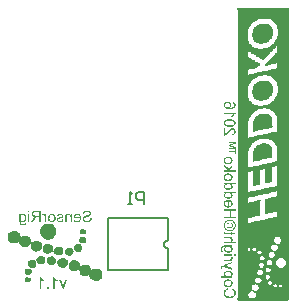
<source format=gbo>
%FSTAX23Y23*%
%MOIN*%
%SFA1B1*%

%IPPOS*%
%ADD30C,0.006000*%
%ADD47C,0.005000*%
%ADD48C,0.002000*%
%ADD49C,0.003000*%
%ADD50R,0.000190X0.008240*%
%ADD51R,0.172240X0.008240*%
%ADD52R,0.005110X0.970110*%
%ADD53R,0.172430X0.008860*%
%ADD54R,0.008430X0.961250*%
%LNsensorrig-1*%
%LPD*%
G36*
X00315Y-00396D02*
X00315Y-00397D01*
X00316Y-00398*
X00316Y-00398*
X00316Y-00399*
X00316Y-00399*
Y-004*
Y-004*
X00316Y-004*
X00316Y-00401*
X00316Y-00401*
X00315Y-00402*
X00315Y-00402*
X00315Y-00403*
X00315Y-00403*
X00315Y-00403*
X00314Y-00403*
X00314Y-00404*
X00313Y-00404*
X00313Y-00405*
X00312Y-00405*
X00312Y-00405*
X00311Y-00406*
X00311Y-00406*
X00315*
Y-0041*
X00288*
Y-00405*
X00302*
X00303Y-00405*
X00304Y-00405*
X00305Y-00405*
X00306Y-00405*
X00307Y-00405*
X00307Y-00405*
X00307Y-00404*
X00308Y-00404*
X00308Y-00404*
X00309Y-00404*
X00309Y-00404*
X0031Y-00403*
X0031Y-00403*
X0031Y-00403*
X0031Y-00403*
X0031Y-00403*
X0031Y-00402*
X00311Y-00402*
X00311Y-00401*
X00311Y-00401*
X00311Y-00401*
X00311Y-004*
Y-004*
Y-004*
X00311Y-00399*
X00311Y-00399*
X00311Y-00398*
X00311Y-00398*
X0031Y-00397*
X0031Y-00397*
X0031Y-00397*
X0031Y-00397*
X00314Y-00395*
X00315Y-00396*
G37*
G36*
X00326Y-00054D02*
X00323D01*
Y-00048*
X00305*
Y-00044*
X00323*
Y-00037*
X00326*
Y-00054*
G37*
G36*
X00303Y-00062D02*
X00304Y-00062D01*
X00305Y-00062*
X00306Y-00063*
X00307Y-00063*
X00308Y-00063*
X00309Y-00064*
X0031Y-00064*
X0031Y-00064*
X00311Y-00065*
X00311Y-00065*
X00312Y-00065*
X00312Y-00065*
X00312Y-00066*
X00312Y-00066*
X00312Y-00066*
X00313Y-00066*
X00313Y-00067*
X00314Y-00068*
X00314Y-00069*
X00315Y-00069*
X00315Y-0007*
X00315Y-00072*
X00316Y-00072*
X00316Y-00073*
X00316Y-00074*
X00316Y-00074*
X00316Y-00074*
Y-00075*
Y-00075*
Y-00075*
X00316Y-00076*
X00316Y-00077*
X00315Y-00078*
X00315Y-0008*
X00315Y-00081*
X00314Y-00081*
X00314Y-00082*
X00314Y-00082*
X00314Y-00083*
X00313Y-00083*
X00313Y-00083*
X00313Y-00083*
X00313Y-00084*
X00313Y-00084*
X00312Y-00084*
X00311Y-00085*
X0031Y-00086*
X0031Y-00086*
X00309Y-00086*
X00308Y-00087*
X00307Y-00087*
X00306Y-00087*
X00305Y-00087*
X00304Y-00088*
X00303Y-00088*
X00303Y-00088*
X00302*
X00302Y-00088*
X00302*
X003Y-00088*
X00299Y-00088*
X00298Y-00087*
X00297Y-00087*
X00296Y-00087*
X00295Y-00087*
X00294Y-00086*
X00294Y-00086*
X00293Y-00086*
X00292Y-00085*
X00292Y-00085*
X00292Y-00085*
X00291Y-00085*
X00291Y-00084*
X00291Y-00084*
X00291Y-00084*
X0029Y-00084*
X0029Y-00083*
X00289Y-00082*
X00289Y-00081*
X00288Y-00081*
X00288Y-0008*
X00288Y-00078*
X00288Y-00078*
X00288Y-00077*
X00287Y-00076*
X00287Y-00076*
X00287Y-00076*
Y-00075*
Y-00075*
Y-00075*
X00287Y-00074*
X00288Y-00072*
X00288Y-00071*
X00288Y-0007*
X00288Y-0007*
X00289Y-00069*
X00289Y-00069*
X00289Y-00069*
X00289Y-00069*
X00289Y-00068*
Y-00068*
X0029Y-00067*
X0029Y-00066*
X00291Y-00066*
X00292Y-00065*
X00293Y-00064*
X00293Y-00064*
X00293Y-00064*
X00294Y-00064*
X00294Y-00064*
X00294*
X00295Y-00063*
X00296Y-00063*
X00298Y-00063*
X00299Y-00062*
X003Y-00062*
X003*
X00301Y-00062*
X00301Y-00062*
X00302*
X00303Y-00062*
G37*
G36*
X00315Y-00392D02*
X00288D01*
Y-00388*
X00315*
Y-00392*
G37*
G36*
X00305Y-00101D02*
X00315Y-00091D01*
Y-00097*
X00304Y-00108*
X00326*
Y-00112*
X00288*
Y-00108*
X00299*
X00302Y-00105*
X00288Y-00096*
Y-0009*
X00305Y-00101*
G37*
G36*
X00315Y-00418D02*
X00299Y-00424D01*
X00298Y-00425*
X00297Y-00425*
X00296Y-00425*
X00295Y-00426*
X00294Y-00426*
X00294Y-00426*
X00294Y-00426*
X00293Y-00426*
X00293Y-00426*
X00293Y-00426*
X00293*
X00294Y-00427*
X00295Y-00427*
X00297Y-00427*
X00298Y-00428*
X00298Y-00428*
X00299Y-00428*
X00299Y-00428*
X00299Y-00428*
X00299Y-00428*
X00299Y-00428*
X00299*
X00315Y-00434*
Y-00439*
X00288Y-00429*
X00287Y-00429*
X00287Y-00429*
X00287Y-00429*
X00287*
X00286Y-00429*
X00285Y-0043*
X00284Y-0043*
X00284Y-0043*
X00284Y-0043*
X00283Y-0043*
X00283Y-0043*
X00283*
X00283Y-00431*
X00282Y-00431*
X00282Y-00432*
X00282Y-00432*
X00282Y-00432*
Y-00432*
X00282Y-00432*
X00282Y-00433*
X00281Y-00433*
Y-00434*
X00281Y-00434*
Y-00434*
Y-00434*
X00281Y-00435*
X00282Y-00436*
X00282Y-00436*
X00282Y-00437*
X00282Y-00437*
Y-00437*
X00277Y-00436*
X00277Y-00436*
X00277Y-00435*
X00277Y-00435*
X00277Y-00434*
Y-00434*
X00277Y-00434*
Y-00434*
Y-00433*
X00277Y-00433*
X00277Y-00432*
X00277Y-00431*
X00277Y-00431*
X00278Y-0043*
X00278Y-0043*
X00278Y-0043*
X00278Y-0043*
X00278Y-00429*
X00279Y-00429*
X00279Y-00428*
X0028Y-00428*
X0028Y-00427*
X00281Y-00427*
X00281Y-00427*
X00281Y-00427*
X00282Y-00427*
X00282Y-00426*
X00283Y-00426*
X00284Y-00426*
X00285Y-00425*
X00286Y-00425*
X00286Y-00425*
X00287Y-00424*
X00287Y-00424*
X00287Y-00424*
X00287Y-00424*
X00287*
X00315Y-00414*
Y-00418*
G37*
G36*
X00326Y00082D02*
X00325Y00081D01*
X00324Y00081*
X00323Y0008*
X00322Y00079*
X00322Y00079*
X00321Y00078*
X00321Y00078*
X00321Y00078*
X00321Y00078*
X00321Y00078*
X0032Y00076*
X00319Y00075*
X00318Y00074*
X00318Y00073*
X00317Y00072*
X00317Y00072*
X00317Y00071*
X00317Y00071*
X00316Y00071*
X00316Y00071*
Y00071*
X00312*
X00312Y00072*
X00313Y00072*
X00313Y00073*
X00313Y00074*
X00314Y00075*
X00314Y00075*
X00314Y00076*
X00314Y00076*
Y00076*
X00315Y00077*
X00315Y00078*
X00316Y00078*
X00316Y00079*
X00317Y00079*
X00317Y0008*
X00317Y0008*
X00317Y0008*
X00288*
Y00085*
X00326*
Y00082*
G37*
G36*
X00309Y00062D02*
X00309D01*
X0031Y00062*
X00311Y00062*
X00312Y00062*
X00312Y00062*
X00313Y00062*
X00314Y00062*
X00314Y00062*
X00314Y00062*
X00315Y00062*
X00315Y00062*
X00315Y00062*
X00315Y00062*
X00315*
X00317Y00061*
X00318Y00061*
X00319Y00061*
X00319Y0006*
X0032Y0006*
X00321Y0006*
X00321Y00059*
X00321Y00059*
X00322Y00059*
X00323Y00058*
X00323Y00057*
X00324Y00057*
X00324Y00056*
X00324Y00056*
X00325Y00056*
X00325Y00056*
Y00056*
X00325Y00055*
X00325Y00054*
X00326Y00053*
X00326Y00052*
X00326Y00051*
X00326Y00051*
Y0005*
Y0005*
Y0005*
Y0005*
X00326Y00049*
X00326Y00047*
X00325Y00046*
X00325Y00045*
X00324Y00044*
X00324Y00044*
X00324Y00044*
X00324Y00044*
X00324Y00043*
X00324Y00043*
Y00043*
X00323Y00042*
X00322Y00042*
X00321Y00041*
X0032Y0004*
X00319Y0004*
X00318Y0004*
X00318Y0004*
X00318Y00039*
X00317Y00039*
X00317Y00039*
X00317*
X00317Y00039*
X00316Y00039*
X00314Y00038*
X00312Y00038*
X0031Y00038*
X0031Y00038*
X00309Y00038*
X00308*
X00308Y00038*
X00307*
X00305Y00038*
X00303Y00038*
X00301Y00038*
X003Y00038*
X00298Y00039*
X00297Y00039*
X00296Y00039*
X00295Y0004*
X00294Y0004*
X00293Y0004*
X00293Y00041*
X00292Y00041*
X00292Y00041*
X00291Y00041*
X00291Y00042*
X00291Y00042*
X0029Y00042*
X0029Y00043*
X00289Y00044*
X00289Y00044*
X00288Y00045*
X00288Y00046*
X00288Y00046*
X00288Y00047*
X00288Y00048*
X00287Y00048*
X00287Y00049*
X00287Y00049*
X00287Y0005*
Y0005*
Y0005*
Y0005*
X00287Y00052*
X00288Y00053*
X00288Y00054*
X00288Y00055*
X00289Y00056*
X00289Y00056*
X00289Y00057*
X00289Y00057*
X00289Y00057*
X00289Y00057*
Y00057*
X0029Y00058*
X00291Y00059*
X00292Y0006*
X00293Y0006*
X00294Y00061*
X00295Y00061*
X00295Y00061*
X00295Y00061*
X00296Y00061*
X00296Y00061*
X00296*
X00297Y00061*
X00297Y00062*
X00299Y00062*
X00301Y00062*
X00303Y00062*
X00303Y00062*
X00304Y00062*
X00305*
X00305Y00063*
X00308*
X00309Y00062*
G37*
G36*
X00326Y-00019D02*
X00309Y-00024D01*
X00326Y-0003*
Y-00035*
X00305*
Y-00032*
X00323*
X00305Y-00026*
Y-00023*
X00322Y-00017*
X00305*
Y-00014*
X00326*
Y-00019*
G37*
G36*
X00292Y00014D02*
X00293Y00015D01*
X00294Y00015*
X00294Y00016*
X00294Y00016*
X00295Y00016*
X00295Y00016*
X00295Y00016*
X00295Y00017*
X00295Y00017*
X00296Y00018*
X00297Y00018*
X00298Y00019*
X00298Y0002*
X00299Y00021*
X00299Y00021*
X00299Y00021*
X00299Y00021*
X003Y00022*
X003Y00022*
X003Y00023*
X00301Y00023*
X00302Y00024*
X00302Y00025*
X00303Y00026*
X00304Y00026*
X00304Y00027*
X00304Y00027*
X00305Y00027*
X00305Y00028*
X00306Y00028*
X00306Y00028*
X00306Y00029*
X00306Y00029*
X00307Y0003*
X00308Y0003*
X00309Y00031*
X00309Y00031*
X0031Y00031*
X0031Y00032*
X00311Y00032*
X00311Y00032*
X00312Y00032*
X00313Y00032*
X00313Y00033*
X00314Y00033*
X00315Y00033*
X00315Y00033*
X00315*
X00316Y00033*
X00317Y00033*
X00318Y00033*
X00318Y00032*
X0032Y00032*
X00321Y00031*
X00321Y00031*
X00322Y00031*
X00322Y0003*
X00322Y0003*
X00322Y0003*
X00323Y0003*
X00323Y0003*
X00323Y0003*
X00323Y00029*
X00324Y00028*
X00324Y00028*
X00325Y00027*
X00325Y00026*
X00325Y00024*
X00326Y00024*
X00326Y00023*
X00326Y00022*
X00326Y00022*
X00326Y00022*
Y00021*
Y00021*
Y00021*
X00326Y0002*
X00326Y00019*
X00326Y00018*
X00325Y00017*
X00325Y00017*
X00325Y00016*
X00325Y00015*
X00324Y00015*
X00324Y00014*
X00324Y00014*
X00324Y00013*
X00323Y00013*
X00323Y00013*
X00323Y00013*
X00323Y00012*
X00323Y00012*
X00322Y00012*
X00322Y00011*
X00321Y00011*
X00321Y0001*
X00319Y0001*
X00318Y00009*
X00317Y00009*
X00317Y00009*
X00316Y00009*
X00316Y00009*
X00315Y00009*
X00315*
X00315Y00009*
X00315*
X00314Y00013*
X00316Y00014*
X00317Y00014*
X00318Y00014*
X00319Y00014*
X00319Y00015*
X0032Y00015*
X0032Y00015*
X0032Y00015*
X00321Y00016*
X00321Y00017*
X00322Y00018*
X00322Y00019*
X00322Y0002*
X00322Y0002*
X00322Y00021*
Y00021*
Y00021*
Y00021*
X00322Y00022*
X00322Y00023*
X00321Y00024*
X00321Y00025*
X00321Y00025*
X0032Y00026*
X0032Y00026*
X0032Y00026*
X00319Y00027*
X00319Y00027*
X00318Y00028*
X00317Y00028*
X00316Y00028*
X00316Y00028*
X00316Y00028*
X00315*
X00314Y00028*
X00313Y00028*
X00313Y00027*
X00312Y00027*
X00311Y00027*
X0031Y00026*
X0031Y00026*
X0031Y00026*
X0031Y00026*
X0031*
X00309Y00025*
X00309Y00025*
X00308Y00024*
X00307Y00024*
X00306Y00022*
X00305Y00021*
X00304Y0002*
X00304Y0002*
X00303Y00019*
X00303Y00018*
X00302Y00018*
X00302Y00018*
X00302Y00018*
X00302Y00017*
X00301Y00016*
X003Y00015*
X00299Y00014*
X00298Y00013*
X00297Y00012*
X00297Y00012*
X00296Y00012*
X00296Y00011*
X00296*
X00295Y00011*
X00294Y0001*
X00293Y0001*
X00293Y00009*
X00292Y00009*
X00292Y00009*
X00291Y00008*
X00291Y00008*
X00291*
X00291Y00008*
X0029Y00008*
X00289Y00008*
X00289Y00008*
X00288Y00008*
X00288*
Y00033*
X00292*
Y00014*
G37*
G36*
X00326Y-00243D02*
X0031D01*
Y-00262*
X00326*
Y-00267*
X00288*
Y-00262*
X00306*
Y-00243*
X00288*
Y-00238*
X00326*
Y-00243*
G37*
G36*
X00303Y-00206D02*
X00304Y-00206D01*
X00305Y-00207*
X00306Y-00207*
X00307Y-00207*
X00308Y-00207*
X00309Y-00208*
X00309Y-00208*
X0031Y-00208*
X00311Y-00209*
X00311Y-00209*
X00311Y-00209*
X00312Y-00209*
X00312Y-0021*
X00312Y-0021*
X00312Y-0021*
X00313Y-0021*
X00313Y-00211*
X00314Y-00212*
X00314Y-00213*
X00315Y-00213*
X00315Y-00214*
X00315Y-00215*
X00315Y-00216*
X00316Y-00216*
X00316Y-00217*
X00316Y-00217*
X00316Y-00218*
X00316Y-00218*
Y-00219*
Y-00219*
Y-00219*
X00316Y-0022*
X00316Y-00221*
X00316Y-00222*
X00315Y-00223*
X00315Y-00223*
X00315Y-00224*
X00314Y-00225*
X00314Y-00226*
X00314Y-00226*
X00313Y-00227*
X00313Y-00227*
X00313Y-00227*
X00312Y-00228*
X00312Y-00228*
X00312Y-00228*
X00312Y-00228*
X00311Y-00229*
X0031Y-00229*
X0031Y-0023*
X00309Y-0023*
X00308Y-0023*
X00307Y-00231*
X00305Y-00231*
X00304Y-00231*
X00304Y-00231*
X00303Y-00231*
X00302Y-00232*
X00302Y-00232*
X00301*
X003Y-00232*
X00299Y-00231*
X00298Y-00231*
X00297Y-00231*
X00296Y-00231*
X00295Y-0023*
X00294Y-0023*
X00294Y-0023*
X00293Y-0023*
X00292Y-00229*
X00292Y-00229*
X00292Y-00229*
X00291Y-00228*
X00291Y-00228*
X00291Y-00228*
X00291Y-00228*
X0029Y-00227*
X0029Y-00227*
X00289Y-00226*
X00289Y-00225*
X00288Y-00224*
X00288Y-00223*
X00288Y-00222*
X00288Y-00221*
X00288Y-00221*
X00287Y-0022*
X00287Y-0022*
X00287Y-00219*
Y-00219*
Y-00219*
Y-00219*
X00287Y-00217*
X00288Y-00215*
X00288Y-00214*
X00288Y-00213*
X00288Y-00213*
X00289Y-00212*
X00289Y-00212*
X00289Y-00212*
X00289Y-00211*
X00289Y-00211*
X00289Y-00211*
X0029Y-00211*
Y-00211*
X00291Y-0021*
X00292Y-00209*
X00293Y-00208*
X00294Y-00207*
X00295Y-00207*
X00295Y-00207*
X00295Y-00207*
X00296Y-00207*
X00296Y-00207*
X00296Y-00206*
X00296*
X00297Y-00211*
X00296Y-00212*
X00295Y-00212*
X00294Y-00213*
X00293Y-00213*
X00293Y-00214*
X00293Y-00214*
X00292Y-00214*
X00292Y-00214*
X00292Y-00215*
X00292Y-00216*
X00291Y-00216*
X00291Y-00217*
X00291Y-00218*
X00291Y-00218*
Y-00218*
Y-00218*
Y-00219*
X00291Y-00219*
X00291Y-0022*
X00291Y-00221*
X00292Y-00222*
X00292Y-00223*
X00293Y-00223*
X00293Y-00224*
X00293Y-00224*
X00293Y-00224*
Y-00224*
X00294Y-00225*
X00296Y-00226*
X00297Y-00226*
X00298Y-00226*
X00299Y-00227*
X00299Y-00227*
X003Y-00227*
X003*
X003Y-00227*
X003*
Y-00206*
X00301Y-00206*
X00302*
X00303Y-00206*
G37*
G36*
X00307Y-00329D02*
X00308Y-00329D01*
X00309Y-00329*
X0031Y-00329*
X0031Y-0033*
X00311Y-0033*
X00311Y-0033*
X00311Y-0033*
X00312Y-0033*
X00313Y-00331*
X00313Y-00331*
X00314Y-00332*
X00314Y-00332*
X00314Y-00333*
X00315Y-00333*
X00315Y-00333*
X00315Y-00334*
X00315Y-00335*
X00316Y-00336*
X00316Y-00337*
X00316Y-00337*
X00316Y-00338*
Y-00338*
Y-00338*
Y-00338*
Y-00338*
X00316Y-00339*
X00316Y-0034*
X00316Y-00341*
X00315Y-00342*
X00315Y-00343*
X00314Y-00344*
X00314Y-00344*
X00314Y-00345*
X00313Y-00345*
X00313Y-00346*
X00313Y-00346*
X00312Y-00346*
X00312Y-00346*
X00312Y-00346*
X00312Y-00346*
X00326*
Y-00351*
X00288*
Y-00346*
X00303*
X00304Y-00346*
X00305Y-00346*
X00306Y-00346*
X00307Y-00346*
X00307Y-00346*
X00308Y-00346*
X00308Y-00346*
X00308Y-00346*
X00309Y-00345*
X00309Y-00345*
X0031Y-00345*
X0031Y-00344*
X0031Y-00344*
X00311Y-00343*
X00311Y-00343*
X00311Y-00343*
X00311Y-00342*
X00311Y-00342*
X00312Y-00341*
X00312Y-00341*
X00312Y-0034*
X00312Y-0034*
Y-00339*
Y-00339*
X00312Y-00338*
X00312Y-00337*
X00311Y-00337*
X00311Y-00336*
X00311Y-00336*
X00311Y-00335*
X0031Y-00335*
X0031Y-00335*
X0031Y-00335*
X00309Y-00334*
X00308Y-00334*
X00307Y-00334*
X00306Y-00334*
X00306Y-00334*
X00288*
Y-00329*
X00305*
X00307Y-00329*
G37*
G36*
X00308Y-00272D02*
X00309Y-00272D01*
X0031Y-00272*
X00312Y-00272*
X00313Y-00273*
X00314Y-00273*
X00314Y-00273*
X00315Y-00273*
X00315Y-00274*
X00316Y-00274*
X00316Y-00274*
X00316Y-00274*
X00317Y-00274*
X00317Y-00274*
X00318Y-00275*
X0032Y-00276*
X00321Y-00278*
X00321Y-00278*
X00322Y-00279*
X00322Y-00279*
X00323Y-0028*
X00323Y-0028*
X00323Y-00281*
X00323Y-00281*
X00324Y-00281*
X00324Y-00281*
X00324Y-00281*
X00324Y-00282*
X00325Y-00283*
X00325Y-00285*
X00326Y-00287*
X00326Y-00288*
X00326Y-00289*
X00326Y-00289*
X00326Y-0029*
Y-0029*
X00326Y-00291*
Y-00291*
Y-00291*
Y-00291*
Y-00292*
X00326Y-00293*
X00326Y-00295*
X00326Y-00296*
X00325Y-00297*
X00325Y-00298*
X00325Y-00298*
X00325Y-00299*
X00324Y-00299*
X00324Y-003*
X00324Y-003*
X00324Y-003*
X00324Y-00301*
X00324Y-00301*
X00323Y-00302*
X00322Y-00304*
X0032Y-00305*
X00319Y-00306*
X00319Y-00306*
X00318Y-00307*
X00318Y-00307*
X00317Y-00307*
X00317Y-00308*
X00317Y-00308*
X00317Y-00308*
X00317Y-00308*
X00316Y-00308*
X00315Y-00309*
X00313Y-00309*
X00311Y-0031*
X0031Y-0031*
X00309Y-0031*
X00309Y-0031*
X00308Y-0031*
X00308*
X00307Y-0031*
X00307*
X00306Y-0031*
X00305Y-0031*
X00303Y-0031*
X00302Y-0031*
X00301Y-00309*
X003Y-00309*
X00299Y-00309*
X00299Y-00309*
X00298Y-00309*
X00298Y-00308*
X00298Y-00308*
X00297Y-00308*
X00297Y-00308*
X00297*
X00296Y-00307*
X00294Y-00306*
X00293Y-00305*
X00292Y-00303*
X00291Y-00303*
X00291Y-00302*
X00291Y-00302*
X0029Y-00301*
X0029Y-00301*
X0029Y-00301*
X0029Y-00301*
X0029Y-00301*
X0029Y-003*
X00289Y-00299*
X00288Y-00297*
X00288Y-00296*
X00288Y-00294*
X00288Y-00293*
X00288Y-00293*
X00287Y-00292*
Y-00292*
X00287Y-00292*
Y-00291*
Y-00291*
Y-00291*
X00287Y-0029*
X00288Y-00289*
X00288Y-00287*
X00288Y-00286*
X00288Y-00285*
X00289Y-00284*
X00289Y-00284*
X00289Y-00283*
X00289Y-00283*
X0029Y-00282*
X0029Y-00282*
X0029Y-00282*
X0029Y-00281*
Y-00281*
X00291Y-0028*
X00292Y-00278*
X00293Y-00277*
X00295Y-00276*
X00295Y-00276*
X00296Y-00275*
X00296Y-00275*
X00296Y-00275*
X00297Y-00274*
X00297Y-00274*
X00297Y-00274*
X00297Y-00274*
X00298Y-00274*
X00299Y-00273*
X00301Y-00273*
X00302Y-00272*
X00304Y-00272*
X00304Y-00272*
X00305Y-00272*
X00306Y-00272*
X00306*
X00306Y-00272*
X00307*
X00308Y-00272*
G37*
G36*
X00292Y-00312D02*
X00292Y-00312D01*
X00292Y-00312*
Y-00313*
X00292Y-00313*
Y-00313*
Y-00314*
Y-00314*
Y-00314*
X00292Y-00314*
X00292Y-00315*
X00292Y-00315*
X00292Y-00315*
X00292Y-00316*
X00293Y-00316*
X00293Y-00316*
X00293Y-00316*
X00293Y-00316*
X00294Y-00316*
X00295Y-00316*
X00295Y-00316*
X00312*
Y-00312*
X00315*
Y-00316*
X00325*
X00322Y-00321*
X00315*
Y-00324*
X00312*
Y-00321*
X00294*
X00294Y-00321*
X00293Y-00321*
X00293*
X00292Y-00321*
X00292Y-00321*
X00291Y-00321*
X00291Y-00321*
X0029Y-0032*
X0029*
X0029Y-0032*
X0029Y-0032*
X00289Y-0032*
X00289Y-00319*
X00289Y-00319*
X00288Y-00319*
X00288Y-00319*
X00288Y-00319*
X00288Y-00318*
X00288Y-00317*
X00288Y-00317*
X00288Y-00316*
X00288Y-00315*
X00288Y-00315*
Y-00315*
Y-00315*
X00288Y-00313*
X00288Y-00313*
X00288Y-00312*
X00288Y-00312*
X00288Y-00311*
X00288Y-00311*
Y-00311*
X00292Y-00312*
G37*
G36*
X00326Y-00392D02*
X0032D01*
Y-00388*
X00326*
Y-00392*
G37*
G36*
X00303Y-00118D02*
X00304Y-00118D01*
X00305Y-00118*
X00306Y-00119*
X00307Y-00119*
X00308Y-00119*
X00309Y-00119*
X0031Y-0012*
X0031Y-0012*
X00311Y-0012*
X00311Y-00121*
X00312Y-00121*
X00312Y-00121*
X00312Y-00121*
X00312Y-00122*
X00312Y-00122*
X00313Y-00122*
X00313Y-00123*
X00314Y-00124*
X00314Y-00125*
X00315Y-00125*
X00315Y-00126*
X00315Y-00128*
X00316Y-00128*
X00316Y-00129*
X00316Y-00129*
X00316Y-0013*
X00316Y-0013*
Y-00131*
Y-00131*
Y-00131*
X00316Y-00132*
X00316Y-00133*
X00315Y-00134*
X00315Y-00136*
X00315Y-00136*
X00314Y-00137*
X00314Y-00138*
X00314Y-00138*
X00314Y-00138*
X00313Y-00139*
X00313Y-00139*
X00313Y-00139*
X00313Y-00139*
X00313Y-00139*
X00312Y-0014*
X00311Y-00141*
X0031Y-00141*
X0031Y-00142*
X00309Y-00142*
X00308Y-00143*
X00307Y-00143*
X00306Y-00143*
X00305Y-00143*
X00304Y-00143*
X00303Y-00144*
X00303Y-00144*
X00302*
X00302Y-00144*
X00302*
X003Y-00144*
X00299Y-00143*
X00298Y-00143*
X00297Y-00143*
X00296Y-00143*
X00295Y-00143*
X00294Y-00142*
X00294Y-00142*
X00293Y-00142*
X00292Y-00141*
X00292Y-00141*
X00292Y-00141*
X00291Y-0014*
X00291Y-0014*
X00291Y-0014*
X00291Y-0014*
X0029Y-00139*
X0029Y-00139*
X00289Y-00138*
X00289Y-00137*
X00288Y-00136*
X00288Y-00136*
X00288Y-00134*
X00288Y-00133*
X00288Y-00133*
X00287Y-00132*
X00287Y-00132*
X00287Y-00131*
Y-00131*
Y-00131*
Y-00131*
X00287Y-00129*
X00288Y-00128*
X00288Y-00127*
X00288Y-00126*
X00288Y-00125*
X00289Y-00125*
X00289Y-00125*
X00289Y-00125*
X00289Y-00124*
X00289Y-00124*
Y-00124*
X0029Y-00123*
X0029Y-00122*
X00291Y-00121*
X00292Y-00121*
X00293Y-0012*
X00293Y-0012*
X00293Y-0012*
X00294Y-0012*
X00294Y-0012*
X00294*
X00295Y-00119*
X00296Y-00119*
X00298Y-00118*
X00299Y-00118*
X003Y-00118*
X003*
X00301Y-00118*
X00301Y-00118*
X00302*
X00303Y-00118*
G37*
G36*
X00326Y-00154D02*
X00312D01*
X00313Y-00154*
X00313Y-00155*
X00314Y-00155*
X00314Y-00156*
X00314Y-00156*
X00315Y-00157*
X00315Y-00157*
X00315Y-00157*
X00315Y-00158*
X00315Y-00159*
X00316Y-00159*
X00316Y-0016*
X00316Y-00161*
X00316Y-00161*
Y-00161*
Y-00161*
Y-00161*
X00316Y-00163*
X00316Y-00164*
X00315Y-00165*
X00315Y-00166*
X00315Y-00166*
X00314Y-00167*
X00314Y-00167*
X00314Y-00167*
X00314Y-00167*
Y-00168*
X00313Y-00169*
X00313Y-00169*
X00312Y-0017*
X00311Y-00171*
X0031Y-00171*
X0031Y-00171*
X00309Y-00171*
X00309Y-00172*
X00309Y-00172*
X00309*
X00308Y-00172*
X00306Y-00172*
X00305Y-00173*
X00304Y-00173*
X00303Y-00173*
X00303*
X00302Y-00173*
X00302*
X003Y-00173*
X00299Y-00173*
X00297Y-00173*
X00296Y-00172*
X00296Y-00172*
X00295Y-00172*
X00295Y-00172*
X00295Y-00172*
X00294Y-00172*
X00294Y-00172*
X00294Y-00172*
X00294*
X00293Y-00171*
X00292Y-0017*
X00291Y-00169*
X0029Y-00169*
X0029Y-00168*
X00289Y-00168*
X00289Y-00167*
X00289Y-00167*
Y-00167*
X00288Y-00166*
X00288Y-00165*
X00288Y-00164*
X00288Y-00163*
X00287Y-00162*
X00287Y-00162*
X00287Y-00162*
Y-00161*
Y-00161*
Y-00161*
X00287Y-0016*
X00287Y-00159*
X00288Y-00159*
X00288Y-00158*
X00288Y-00157*
X00289Y-00157*
X00289Y-00156*
X00289Y-00156*
X0029Y-00155*
X0029Y-00155*
X0029Y-00154*
X00291Y-00154*
X00291Y-00154*
X00291Y-00154*
X00291Y-00154*
X00291Y-00154*
X00288*
Y-00149*
X00326*
Y-00154*
G37*
G36*
Y-00183D02*
X00312D01*
X00313Y-00184*
X00313Y-00184*
X00314Y-00185*
X00314Y-00185*
X00314Y-00186*
X00315Y-00186*
X00315Y-00186*
X00315Y-00186*
X00315Y-00187*
X00315Y-00188*
X00316Y-00189*
X00316Y-00189*
X00316Y-0019*
X00316Y-0019*
Y-00191*
Y-00191*
Y-00191*
X00316Y-00192*
X00316Y-00193*
X00315Y-00194*
X00315Y-00195*
X00315Y-00196*
X00314Y-00196*
X00314Y-00197*
X00314Y-00197*
X00314Y-00197*
Y-00197*
X00313Y-00198*
X00313Y-00199*
X00312Y-00199*
X00311Y-002*
X0031Y-002*
X0031Y-00201*
X00309Y-00201*
X00309Y-00201*
X00309Y-00201*
X00309*
X00308Y-00201*
X00306Y-00202*
X00305Y-00202*
X00304Y-00202*
X00303Y-00202*
X00303*
X00302Y-00202*
X00302*
X003Y-00202*
X00299Y-00202*
X00297Y-00202*
X00296Y-00202*
X00296Y-00201*
X00295Y-00201*
X00295Y-00201*
X00295Y-00201*
X00294Y-00201*
X00294Y-00201*
X00294Y-00201*
X00294*
X00293Y-002*
X00292Y-002*
X00291Y-00199*
X0029Y-00198*
X0029Y-00198*
X00289Y-00197*
X00289Y-00197*
X00289Y-00197*
Y-00197*
X00288Y-00196*
X00288Y-00195*
X00288Y-00194*
X00288Y-00193*
X00287Y-00192*
X00287Y-00191*
X00287Y-00191*
Y-00191*
Y-00191*
Y-00191*
X00287Y-0019*
X00287Y-00189*
X00288Y-00188*
X00288Y-00187*
X00288Y-00187*
X00289Y-00186*
X00289Y-00185*
X00289Y-00185*
X0029Y-00184*
X0029Y-00184*
X0029Y-00184*
X00291Y-00183*
X00291Y-00183*
X00291Y-00183*
X00291Y-00183*
X00291Y-00183*
X00288*
Y-00179*
X00326*
Y-00183*
G37*
G36*
X00315Y-00362D02*
X00312D01*
X00313Y-00363*
X00313Y-00364*
X00314Y-00364*
X00314Y-00365*
X00315Y-00366*
X00315Y-00366*
X00315Y-00367*
X00315Y-00368*
X00316Y-00368*
X00316Y-00369*
X00316Y-00369*
X00316Y-0037*
X00316Y-0037*
Y-0037*
Y-0037*
Y-0037*
X00316Y-00372*
X00316Y-00373*
X00315Y-00374*
X00315Y-00375*
X00315Y-00376*
X00314Y-00376*
X00314Y-00376*
X00314Y-00377*
X00314Y-00377*
Y-00377*
X00313Y-00378*
X00312Y-00379*
X00312Y-00379*
X00311Y-0038*
X0031Y-0038*
X00309Y-00381*
X00309Y-00381*
X00309Y-00381*
X00309Y-00381*
X00309*
X00308Y-00381*
X00306Y-00382*
X00305Y-00382*
X00304Y-00382*
X00303Y-00382*
X00303*
X00302Y-00382*
X00302*
X00301Y-00382*
X003Y-00382*
X00298Y-00382*
X00297Y-00382*
X00296Y-00381*
X00295Y-00381*
X00295Y-00381*
X00294Y-0038*
X00294Y-0038*
X00293Y-0038*
X00293Y-0038*
X00292Y-00379*
X00292Y-00379*
X00292Y-00379*
X00292Y-00379*
X00291Y-00379*
X00291Y-00378*
X0029Y-00377*
X0029Y-00377*
X00289Y-00376*
X00289Y-00375*
X00289Y-00374*
X00288Y-00374*
X00288Y-00373*
X00288Y-00372*
X00288Y-00372*
X00288Y-00371*
Y-00371*
X00288Y-00371*
Y-0037*
Y-0037*
X00288Y-0037*
X00288Y-00369*
X00288Y-00368*
X00288Y-00367*
X00289Y-00366*
X0029Y-00365*
X0029Y-00364*
X0029Y-00364*
X00291Y-00364*
X00291Y-00363*
X00291Y-00363*
X00291Y-00363*
X00291Y-00363*
X00291Y-00363*
X0029*
X00289Y-00363*
X00288*
X00288Y-00363*
X00287*
X00287Y-00363*
X00286Y-00363*
X00286Y-00363*
X00286Y-00363*
X00286*
X00285Y-00363*
X00284Y-00364*
X00283Y-00364*
X00283Y-00365*
X00282Y-00365*
X00282Y-00365*
X00282Y-00366*
X00282Y-00366*
X00282Y-00366*
X00281Y-00367*
X00281Y-00368*
X00281Y-00369*
X00281Y-00369*
X00281Y-0037*
Y-0037*
Y-0037*
Y-0037*
Y-00371*
X00281Y-00372*
X00281Y-00373*
X00281Y-00373*
X00281Y-00374*
X00282Y-00375*
X00282Y-00375*
X00282Y-00375*
X00282Y-00375*
X00282Y-00376*
X00283Y-00376*
X00283Y-00376*
X00284Y-00377*
X00284Y-00377*
X00285Y-00377*
X00285Y-00377*
X00285*
X00286Y-00381*
X00285*
X00284Y-00381*
X00283Y-00381*
X00283Y-00381*
X00282Y-0038*
X00281Y-0038*
X0028Y-00379*
X00279Y-00379*
X00279Y-00379*
X00279Y-00379*
X00279Y-00378*
X00278Y-00377*
X00278Y-00376*
X00277Y-00375*
X00277Y-00373*
X00277Y-00373*
X00277Y-00372*
X00277Y-00372*
Y-00371*
X00277Y-00371*
Y-00371*
Y-00371*
Y-00371*
X00277Y-00369*
X00277Y-00368*
X00277Y-00366*
X00278Y-00366*
X00278Y-00365*
X00278Y-00364*
X00278Y-00364*
X00278Y-00364*
X00278Y-00364*
X00278Y-00364*
Y-00364*
X00279Y-00363*
X0028Y-00362*
X0028Y-00361*
X00281Y-0036*
X00282Y-0036*
X00282Y-0036*
X00282Y-0036*
X00283Y-00359*
X00283*
X00283Y-00359*
X00284Y-00359*
X00284Y-00359*
X00285Y-00359*
X00287Y-00358*
X00288Y-00358*
X00289Y-00358*
X00289Y-00358*
X0029*
X00291Y-00358*
X00315*
Y-00362*
G37*
G36*
X-00232Y-00252D02*
X-00231Y-00252D01*
X-0023Y-00253*
X-00229Y-00253*
X-00228Y-00253*
X-00227Y-00254*
X-00227Y-00254*
X-00226Y-00254*
X-00226Y-00255*
X-00225Y-00255*
X-00225Y-00256*
X-00224Y-00256*
X-00224Y-00256*
X-00224Y-00257*
X-00224Y-00257*
X-00224Y-00257*
Y-00253*
X-0022*
Y-0028*
X-00224*
Y-00265*
Y-00264*
X-00224Y-00263*
X-00225Y-00263*
X-00225Y-00262*
X-00225Y-00261*
X-00225Y-00261*
X-00225Y-0026*
X-00225Y-0026*
X-00226Y-00259*
X-00226Y-00259*
X-00226Y-00259*
X-00226Y-00259*
X-00226Y-00258*
X-00226Y-00258*
X-00227Y-00257*
X-00228Y-00257*
X-00229Y-00257*
X-0023Y-00256*
X-00231Y-00256*
X-00231Y-00256*
X-00231Y-00256*
X-00232*
X-00232Y-00256*
X-00233Y-00256*
X-00233Y-00257*
X-00234Y-00257*
X-00234Y-00257*
X-00235Y-00257*
X-00235Y-00257*
X-00235Y-00257*
X-00235Y-00257*
X-00236Y-00258*
X-00236Y-00258*
X-00236Y-00259*
X-00236Y-00259*
X-00237Y-00259*
X-00237Y-00259*
Y-00259*
X-00237Y-0026*
X-00237Y-00261*
X-00237Y-00261*
X-00237Y-00262*
X-00237Y-00263*
Y-00263*
Y-00263*
Y-00264*
Y-00264*
Y-0028*
X-00242*
Y-00263*
Y-00262*
X-00242Y-00261*
X-00242Y-00261*
Y-0026*
X-00242Y-00259*
X-00242Y-00259*
X-00242Y-00259*
Y-00259*
X-00242Y-00258*
X-00241Y-00257*
X-00241Y-00257*
X-00241Y-00256*
X-00241Y-00256*
X-0024Y-00256*
X-0024Y-00256*
X-0024Y-00255*
X-0024Y-00255*
X-00239Y-00254*
X-00239Y-00254*
X-00238Y-00254*
X-00238Y-00253*
X-00237Y-00253*
X-00237Y-00253*
X-00237Y-00253*
X-00236Y-00253*
X-00235Y-00253*
X-00235Y-00252*
X-00234Y-00252*
X-00233Y-00252*
X-00233Y-00252*
X-00233*
X-00232Y-00252*
G37*
G36*
X00303Y-00442D02*
X00305Y-00442D01*
X00306Y-00442*
X00307Y-00443*
X00308Y-00443*
X00308Y-00443*
X00308Y-00443*
X00309Y-00443*
X00309Y-00443*
X00309Y-00443*
X00309*
X0031Y-00444*
X00311Y-00444*
X00312Y-00445*
X00313Y-00446*
X00313Y-00446*
X00314Y-00447*
X00314Y-00447*
X00314Y-00447*
Y-00447*
X00315Y-00448*
X00315Y-00449*
X00315Y-0045*
X00316Y-00451*
X00316Y-00452*
X00316Y-00453*
X00316Y-00453*
Y-00453*
Y-00453*
Y-00453*
Y-00453*
X00316Y-00454*
X00316Y-00455*
X00316Y-00456*
X00315Y-00457*
X00315Y-00457*
X00315Y-00458*
X00315Y-00458*
X00315Y-00458*
X00314Y-00459*
X00314Y-00459*
X00313Y-0046*
X00313Y-0046*
X00312Y-00461*
X00312Y-00461*
X00312Y-00461*
X00312Y-00461*
X00315*
Y-00466*
X00277*
Y-00461*
X00291*
X0029Y-00461*
X0029Y-0046*
X00289Y-00459*
X00289Y-00459*
X00289Y-00459*
X00288Y-00458*
X00288Y-00458*
X00288Y-00458*
X00288Y-00457*
X00288Y-00457*
X00288Y-00456*
X00287Y-00455*
X00287Y-00455*
X00287Y-00454*
Y-00454*
Y-00454*
X00287Y-00453*
X00288Y-00452*
X00288Y-00451*
X00288Y-0045*
X00288Y-00449*
X00289Y-00448*
X00289Y-00448*
X00289Y-00448*
X00289Y-00448*
Y-00448*
X0029Y-00447*
X00291Y-00446*
X00291Y-00445*
X00292Y-00445*
X00293Y-00444*
X00294Y-00444*
X00294Y-00444*
X00294Y-00443*
X00294Y-00443*
X00294*
X00295Y-00443*
X00297Y-00442*
X00298Y-00442*
X00299Y-00442*
X003Y-00442*
X00301*
X00301Y-00442*
X00302*
X00303Y-00442*
G37*
G36*
X-00323Y-0028D02*
X-00328D01*
Y-00263*
X-00335*
X-00335Y-00263*
X-00336*
X-00336Y-00264*
X-00336Y-00264*
X-00337*
X-00337Y-00264*
X-00337*
X-00338Y-00264*
X-00338Y-00264*
X-00338Y-00264*
X-00339Y-00264*
X-00339Y-00265*
X-00339Y-00265*
X-00339Y-00265*
X-00339Y-00265*
X-0034Y-00265*
X-00341Y-00266*
X-00341Y-00267*
X-00341Y-00267*
X-00341Y-00267*
X-00342Y-00267*
X-00342Y-00268*
X-00343Y-00269*
X-00343Y-0027*
X-00344Y-0027*
X-00344Y-00271*
X-00345Y-00272*
X-00345Y-00272*
X-00345Y-00272*
X-00345Y-00272*
Y-00272*
X-0035Y-0028*
X-00356*
X-0035Y-0027*
X-00349Y-00269*
X-00348Y-00268*
X-00348Y-00267*
X-00347Y-00266*
X-00346Y-00266*
X-00346Y-00265*
X-00346Y-00265*
X-00346Y-00265*
X-00345Y-00265*
X-00345Y-00264*
X-00344Y-00264*
X-00343Y-00263*
X-00343Y-00263*
X-00343Y-00263*
X-00343Y-00263*
X-00344Y-00263*
X-00345Y-00263*
X-00345Y-00262*
X-00346Y-00262*
X-00347Y-00262*
X-00348Y-00262*
X-00348Y-00261*
X-00349Y-00261*
X-00349Y-00261*
X-0035Y-0026*
X-0035Y-0026*
X-0035Y-0026*
X-0035Y-0026*
X-00351Y-0026*
X-00351Y-0026*
X-00351Y-0026*
X-00351Y-00259*
X-00352Y-00258*
X-00352Y-00257*
X-00353Y-00256*
X-00353Y-00255*
X-00353Y-00254*
X-00353Y-00254*
Y-00253*
X-00353Y-00253*
Y-00253*
Y-00253*
Y-00253*
X-00353Y-00252*
X-00353Y-00251*
X-00353Y-0025*
X-00353Y-00249*
X-00352Y-00248*
X-00352Y-00248*
X-00352Y-00247*
X-00352Y-00247*
Y-00247*
X-00351Y-00246*
X-0035Y-00245*
X-0035Y-00245*
X-00349Y-00244*
X-00348Y-00244*
X-00348Y-00244*
X-00348Y-00244*
X-00348Y-00243*
X-00348*
X-00347Y-00243*
X-00346Y-00243*
X-00345Y-00243*
X-00344Y-00243*
X-00343Y-00243*
X-00342Y-00242*
X-00341*
X-00341Y-00242*
X-00323*
Y-0028*
G37*
G36*
X-00314Y-00252D02*
X-00314Y-00252D01*
X-00313Y-00253*
X-00313Y-00253*
X-00312Y-00253*
X-00312Y-00253*
X-00312Y-00253*
X-00312Y-00253*
X-00311Y-00254*
X-00311Y-00254*
X-0031Y-00255*
X-0031Y-00255*
X-0031Y-00256*
X-00309Y-00257*
X-00309Y-00257*
X-00309Y-00257*
Y-00253*
X-00305*
Y-0028*
X-00309*
Y-00266*
X-0031Y-00265*
X-0031Y-00264*
X-0031Y-00263*
X-0031Y-00262*
X-0031Y-00261*
X-0031Y-00261*
X-0031Y-00261*
X-0031Y-0026*
X-0031Y-0026*
X-00311Y-00259*
X-00311Y-00259*
X-00311Y-00259*
X-00312Y-00258*
X-00312Y-00258*
X-00312Y-00258*
X-00312Y-00258*
X-00312Y-00258*
X-00313Y-00257*
X-00313Y-00257*
X-00314Y-00257*
X-00314Y-00257*
X-00314Y-00257*
X-00315*
X-00315Y-00257*
X-00316Y-00257*
X-00316Y-00257*
X-00317Y-00257*
X-00317Y-00258*
X-00318Y-00258*
X-00318Y-00258*
X-00318Y-00258*
X-0032Y-00254*
X-00319Y-00253*
X-00318Y-00253*
X-00317Y-00253*
X-00316Y-00252*
X-00316Y-00252*
X-00315Y-00252*
X-00315*
X-00314Y-00252*
G37*
G36*
X-002D02*
X-002Y-00252D01*
X-00199Y-00253*
X-00198Y-00253*
X-00197Y-00253*
X-00196Y-00253*
X-00195Y-00254*
X-00195Y-00254*
X-00194Y-00254*
X-00194Y-00255*
X-00193Y-00255*
X-00193Y-00255*
X-00193Y-00256*
X-00192Y-00256*
X-00192Y-00256*
X-00192Y-00256*
X-00192Y-00257*
X-00191Y-00258*
X-00191Y-00258*
X-0019Y-00259*
X-0019Y-0026*
X-0019Y-00261*
X-00189Y-00263*
X-00189Y-00264*
X-00189Y-00264*
X-00189Y-00265*
X-00189Y-00266*
X-00189Y-00266*
Y-00266*
Y-00267*
Y-00267*
X-00189Y-00268*
X-00189Y-00269*
X-00189Y-0027*
X-00189Y-00271*
X-0019Y-00272*
X-0019Y-00273*
X-0019Y-00274*
X-00191Y-00274*
X-00191Y-00275*
X-00191Y-00276*
X-00191Y-00276*
X-00192Y-00276*
X-00192Y-00277*
X-00192Y-00277*
X-00192Y-00277*
X-00192Y-00277*
X-00193Y-00278*
X-00194Y-00278*
X-00194Y-00279*
X-00195Y-00279*
X-00196Y-0028*
X-00197Y-0028*
X-00198Y-0028*
X-00199Y-0028*
X-002Y-00281*
X-002Y-00281*
X-00201Y-00281*
X-00201Y-00281*
X-00202*
X-00204Y-00281*
X-00205Y-0028*
X-00206Y-0028*
X-00207Y-0028*
X-00207Y-0028*
X-00208Y-00279*
X-00208Y-00279*
X-00209Y-00279*
X-00209Y-00279*
X-00209Y-00279*
X-00209Y-00279*
X-0021Y-00279*
X-0021*
X-00211Y-00278*
X-00212Y-00276*
X-00212Y-00275*
X-00213Y-00274*
X-00213Y-00273*
X-00213Y-00273*
X-00214Y-00273*
X-00214Y-00272*
X-00214Y-00272*
X-00214Y-00272*
Y-00272*
X-00209Y-00271*
X-00209Y-00272*
X-00208Y-00273*
X-00208Y-00274*
X-00207Y-00275*
X-00207Y-00275*
X-00207Y-00275*
X-00206Y-00276*
X-00206Y-00276*
X-00205Y-00276*
X-00205Y-00276*
X-00204Y-00277*
X-00203Y-00277*
X-00203Y-00277*
X-00202Y-00277*
X-00202*
X-00201Y-00277*
X-00201Y-00277*
X-00199Y-00277*
X-00198Y-00276*
X-00198Y-00276*
X-00197Y-00275*
X-00196Y-00275*
X-00196Y-00275*
X-00196Y-00275*
X-00196*
X-00195Y-00274*
X-00195Y-00273*
X-00194Y-00271*
X-00194Y-0027*
X-00194Y-00269*
X-00194Y-00269*
X-00194Y-00268*
Y-00268*
X-00194Y-00268*
Y-00268*
Y-00268*
X-00214*
X-00214Y-00267*
Y-00267*
Y-00267*
Y-00267*
X-00214Y-00265*
X-00214Y-00264*
X-00214Y-00263*
X-00213Y-00262*
X-00213Y-00261*
X-00213Y-0026*
X-00213Y-00259*
X-00212Y-00259*
X-00212Y-00258*
X-00212Y-00257*
X-00211Y-00257*
X-00211Y-00257*
X-00211Y-00256*
X-00211Y-00256*
X-00211Y-00256*
X-00211Y-00256*
X-0021Y-00255*
X-00209Y-00255*
X-00208Y-00254*
X-00208Y-00254*
X-00207Y-00253*
X-00206Y-00253*
X-00205Y-00253*
X-00205Y-00253*
X-00204Y-00253*
X-00203Y-00252*
X-00203Y-00252*
X-00202Y-00252*
X-00202Y-00252*
X-00202*
X-002Y-00252*
G37*
G36*
X-00381D02*
X-0038Y-00252D01*
X-00379Y-00253*
X-00378Y-00253*
X-00377Y-00253*
X-00377Y-00254*
X-00376Y-00254*
X-00376Y-00254*
X-00376Y-00254*
X-00376*
X-00375Y-00255*
X-00374Y-00256*
X-00374Y-00256*
X-00373Y-00257*
X-00373Y-00258*
X-00372Y-00259*
X-00372Y-00259*
X-00372Y-00259*
X-00372Y-00259*
Y-00259*
X-00371Y-0026*
X-00371Y-00262*
X-00371Y-00263*
X-00371Y-00264*
X-00371Y-00265*
Y-00265*
X-00371Y-00266*
Y-00266*
Y-00266*
Y-00266*
Y-00266*
X-00371Y-00267*
X-00371Y-00268*
X-00371Y-0027*
X-00371Y-00271*
X-00372Y-00272*
X-00372Y-00273*
X-00372Y-00273*
X-00372Y-00274*
X-00373Y-00275*
X-00373Y-00275*
X-00373Y-00275*
X-00373Y-00276*
X-00373Y-00276*
X-00374Y-00276*
X-00374Y-00276*
X-00374Y-00277*
X-00375Y-00277*
X-00376Y-00278*
X-00376Y-00279*
X-00377Y-00279*
X-00378Y-00279*
X-00378Y-00279*
X-00379Y-0028*
X-0038Y-0028*
X-0038Y-0028*
X-00381Y-0028*
X-00381Y-0028*
X-00382*
X-00382Y-0028*
X-00382*
X-00383Y-0028*
X-00384Y-0028*
X-00385Y-0028*
X-00385Y-0028*
X-00387Y-00279*
X-00388Y-00278*
X-00388Y-00278*
X-00389Y-00278*
X-00389Y-00277*
X-00389Y-00277*
X-0039Y-00277*
X-0039Y-00277*
X-0039Y-00277*
X-0039Y-00277*
Y-00277*
Y-00278*
X-0039Y-00279*
Y-00279*
Y-0028*
X-0039Y-0028*
Y-00281*
X-0039Y-00281*
X-0039Y-00282*
X-0039Y-00282*
X-0039Y-00282*
Y-00283*
X-00389Y-00283*
X-00389Y-00284*
X-00389Y-00285*
X-00388Y-00285*
X-00388Y-00286*
X-00388Y-00286*
X-00387Y-00286*
X-00387Y-00286*
X-00387Y-00287*
X-00386Y-00287*
X-00385Y-00287*
X-00384Y-00287*
X-00383Y-00287*
X-00383Y-00287*
X-00382*
X-00381Y-00287*
X-0038Y-00287*
X-00379Y-00287*
X-00379Y-00287*
X-00378Y-00287*
X-00378Y-00286*
X-00378Y-00286*
X-00378Y-00286*
X-00377Y-00286*
X-00377Y-00285*
X-00376Y-00285*
X-00376Y-00284*
X-00376Y-00284*
X-00376Y-00283*
X-00376Y-00283*
Y-00283*
X-00371Y-00282*
Y-00283*
X-00372Y-00284*
X-00372Y-00285*
X-00372Y-00285*
X-00372Y-00286*
X-00373Y-00287*
X-00373Y-00288*
X-00374Y-00289*
X-00374Y-00289*
X-00374Y-00289*
X-00374Y-00289*
X-00376Y-0029*
X-00377Y-0029*
X-00378Y-00291*
X-00379Y-00291*
X-0038Y-00291*
X-00381Y-00291*
X-00381Y-00291*
X-00381*
X-00382Y-00291*
X-00382*
X-00384Y-00291*
X-00385Y-00291*
X-00386Y-00291*
X-00387Y-0029*
X-00388Y-0029*
X-00388Y-0029*
X-00389Y-0029*
X-00389Y-0029*
X-00389Y-0029*
X-00389Y-0029*
X-00389*
X-0039Y-00289*
X-00391Y-00288*
X-00392Y-00288*
X-00392Y-00287*
X-00393Y-00286*
X-00393Y-00286*
X-00393Y-00286*
X-00393Y-00286*
Y-00286*
X-00394Y-00285*
X-00394Y-00284*
X-00394Y-00284*
X-00394Y-00283*
X-00394Y-00281*
X-00394Y-0028*
X-00395Y-00279*
X-00395Y-00279*
Y-00278*
X-00395Y-00278*
Y-00277*
Y-00277*
Y-00277*
Y-00276*
Y-00253*
X-0039*
Y-00256*
X-0039Y-00255*
X-00389Y-00255*
X-00388Y-00254*
X-00388Y-00254*
X-00387Y-00254*
X-00386Y-00253*
X-00386Y-00253*
X-00385Y-00253*
X-00385Y-00253*
X-00384Y-00252*
X-00384Y-00252*
X-00383Y-00252*
X-00383Y-00252*
X-00382*
X-00381Y-00252*
G37*
G36*
X-00361Y-00248D02*
X-00365D01*
Y-00242*
X-00361*
Y-00248*
G37*
G36*
X00303Y-00471D02*
X00304Y-00471D01*
X00305Y-00471*
X00306Y-00472*
X00307Y-00472*
X00308Y-00472*
X00309Y-00473*
X0031Y-00473*
X0031Y-00473*
X00311Y-00474*
X00311Y-00474*
X00312Y-00474*
X00312Y-00474*
X00312Y-00474*
X00312Y-00475*
X00312Y-00475*
X00313Y-00475*
X00313Y-00476*
X00314Y-00477*
X00314Y-00478*
X00315Y-00478*
X00315Y-00479*
X00315Y-00481*
X00316Y-00481*
X00316Y-00482*
X00316Y-00482*
X00316Y-00483*
X00316Y-00483*
Y-00484*
Y-00484*
Y-00484*
X00316Y-00485*
X00316Y-00486*
X00315Y-00487*
X00315Y-00489*
X00315Y-0049*
X00314Y-0049*
X00314Y-00491*
X00314Y-00491*
X00314Y-00492*
X00313Y-00492*
X00313Y-00492*
X00313Y-00492*
X00313Y-00492*
X00313Y-00493*
X00312Y-00493*
X00311Y-00494*
X0031Y-00494*
X0031Y-00495*
X00309Y-00495*
X00308Y-00496*
X00307Y-00496*
X00306Y-00496*
X00305Y-00496*
X00304Y-00496*
X00303Y-00497*
X00303Y-00497*
X00302*
X00302Y-00497*
X00302*
X003Y-00497*
X00299Y-00497*
X00298Y-00496*
X00297Y-00496*
X00296Y-00496*
X00295Y-00496*
X00294Y-00495*
X00294Y-00495*
X00293Y-00495*
X00292Y-00494*
X00292Y-00494*
X00292Y-00494*
X00291Y-00494*
X00291Y-00493*
X00291Y-00493*
X00291Y-00493*
X0029Y-00493*
X0029Y-00492*
X00289Y-00491*
X00289Y-0049*
X00288Y-0049*
X00288Y-00489*
X00288Y-00487*
X00288Y-00487*
X00288Y-00486*
X00287Y-00485*
X00287Y-00485*
X00287Y-00484*
Y-00484*
Y-00484*
Y-00484*
X00287Y-00483*
X00288Y-00481*
X00288Y-0048*
X00288Y-00479*
X00288Y-00478*
X00289Y-00478*
X00289Y-00478*
X00289Y-00478*
X00289Y-00477*
X00289Y-00477*
Y-00477*
X0029Y-00476*
X0029Y-00475*
X00291Y-00474*
X00292Y-00474*
X00293Y-00473*
X00293Y-00473*
X00293Y-00473*
X00294Y-00473*
X00294Y-00473*
X00294*
X00295Y-00472*
X00296Y-00472*
X00298Y-00471*
X00299Y-00471*
X003Y-00471*
X003*
X00301Y-00471*
X00301Y-00471*
X00302*
X00303Y-00471*
G37*
G36*
X00301Y-00506D02*
X003Y-00506D01*
X00299Y-00506*
X00299Y-00506*
X00298Y-00507*
X00297Y-00507*
X00297Y-00507*
X00296Y-00508*
X00296Y-00508*
X00295Y-00508*
X00295Y-00509*
X00295Y-00509*
X00294Y-00509*
X00294Y-00509*
X00294Y-00509*
X00294Y-00509*
X00294Y-0051*
X00293Y-0051*
X00293Y-00511*
X00293Y-00512*
X00292Y-00513*
X00292Y-00514*
X00292Y-00515*
X00292Y-00516*
Y-00516*
X00291Y-00516*
Y-00516*
Y-00517*
Y-00517*
X00292Y-00518*
X00292Y-00519*
X00292Y-0052*
X00292Y-00521*
X00293Y-00522*
X00293Y-00522*
X00293Y-00523*
X00293Y-00523*
X00293Y-00523*
X00293Y-00523*
Y-00523*
X00294Y-00524*
X00295Y-00525*
X00296Y-00526*
X00297Y-00526*
X00297Y-00527*
X00298Y-00527*
X00298Y-00527*
X00298Y-00527*
X00299Y-00527*
X00299*
X003Y-00528*
X00301Y-00528*
X00303Y-00528*
X00304Y-00529*
X00305Y-00529*
X00305Y-00529*
X00306*
X00306Y-00529*
X00307*
X00308Y-00529*
X0031Y-00529*
X00311Y-00528*
X00312Y-00528*
X00313Y-00528*
X00313Y-00528*
X00314Y-00528*
X00314Y-00528*
X00314Y-00528*
X00314Y-00528*
X00314*
X00316Y-00527*
X00317Y-00527*
X00318Y-00526*
X00318Y-00525*
X00319Y-00525*
X0032Y-00524*
X0032Y-00524*
X0032Y-00524*
Y-00524*
X00321Y-00522*
X00321Y-00521*
X00322Y-0052*
X00322Y-00519*
X00322Y-00518*
X00322Y-00517*
Y-00517*
X00322Y-00517*
Y-00516*
Y-00516*
Y-00516*
X00322Y-00515*
X00322Y-00514*
X00321Y-00513*
X00321Y-00512*
X00321Y-00511*
X0032Y-0051*
X0032Y-0051*
X0032Y-0051*
X00319Y-00509*
X00318Y-00508*
X00317Y-00508*
X00316Y-00507*
X00316Y-00507*
X00315Y-00506*
X00315Y-00506*
X00315Y-00506*
X00314Y-00506*
X00314Y-00506*
X00314*
X00315Y-00501*
X00316Y-00502*
X00317Y-00502*
X00318Y-00502*
X00319Y-00503*
X0032Y-00503*
X0032Y-00504*
X00321Y-00504*
X00321Y-00504*
X00322Y-00505*
X00322Y-00505*
X00323Y-00506*
X00323Y-00506*
X00323Y-00506*
X00323Y-00506*
X00323Y-00507*
X00323Y-00507*
X00324Y-00507*
X00324Y-00508*
X00325Y-00509*
X00325Y-0051*
X00326Y-00511*
X00326Y-00513*
X00326Y-00514*
X00326Y-00514*
X00326Y-00515*
X00326Y-00515*
X00326Y-00516*
Y-00516*
Y-00516*
Y-00516*
X00326Y-00518*
X00326Y-0052*
X00326Y-00521*
X00325Y-00522*
X00325Y-00523*
X00325Y-00523*
X00325Y-00524*
X00325Y-00524*
X00324Y-00525*
X00324Y-00525*
X00324Y-00525*
X00324Y-00525*
X00324Y-00525*
X00323Y-00527*
X00322Y-00528*
X00321Y-00529*
X0032Y-0053*
X00319Y-00531*
X00318Y-00531*
X00318Y-00531*
X00318Y-00531*
X00318Y-00532*
X00317Y-00532*
X00317Y-00532*
X00316Y-00532*
X00314Y-00533*
X00312Y-00533*
X00311Y-00534*
X0031Y-00534*
X00309Y-00534*
X00309Y-00534*
X00308*
X00308Y-00534*
X00307*
X00305Y-00534*
X00303Y-00534*
X00301Y-00533*
X00301Y-00533*
X003Y-00533*
X00299Y-00533*
X00299Y-00533*
X00298Y-00532*
X00298Y-00532*
X00297Y-00532*
X00297Y-00532*
X00297Y-00532*
X00297*
X00295Y-00531*
X00294Y-0053*
X00293Y-00529*
X00292Y-00529*
X00292Y-00528*
X00291Y-00528*
X00291Y-00527*
X0029Y-00527*
X0029Y-00527*
X0029Y-00527*
X0029Y-00526*
X0029Y-00526*
X0029Y-00526*
X00289Y-00525*
X00289Y-00525*
X00288Y-00523*
X00288Y-00521*
X00288Y-0052*
X00287Y-00519*
X00287Y-00518*
X00287Y-00518*
Y-00517*
X00287Y-00517*
Y-00516*
Y-00516*
Y-00516*
X00287Y-00515*
X00287Y-00514*
X00288Y-00513*
X00288Y-00512*
X00288Y-00511*
X00288Y-0051*
X00289Y-0051*
X00289Y-00509*
X00289Y-00508*
X00289Y-00508*
X0029Y-00507*
X0029Y-00507*
X0029Y-00507*
X0029Y-00506*
X0029Y-00506*
X0029Y-00506*
X00291Y-00505*
X00292Y-00505*
X00293Y-00504*
X00293Y-00504*
X00295Y-00503*
X00296Y-00502*
X00297Y-00502*
X00298Y-00501*
X00298Y-00501*
X00299Y-00501*
X00299Y-00501*
X003Y-00501*
X003Y-00501*
X003*
X00301Y-00506*
G37*
G36*
X-00361Y-0028D02*
X-00365D01*
Y-00253*
X-00361*
Y-0028*
G37*
G36*
X00301Y00121D02*
X00302Y00121D01*
X00303Y00121*
X00304Y00121*
X00305Y00121*
X00305Y0012*
X00306Y0012*
X00307Y0012*
X00307Y00119*
X00308Y00119*
X00308Y00119*
X00308Y00119*
X00309Y00118*
X00309Y00118*
X00309Y00118*
X00309Y00118*
X0031Y00118*
X0031Y00117*
X00311Y00116*
X00311Y00116*
X00311Y00115*
X00312Y00114*
X00312Y00113*
X00312Y00112*
X00312Y00112*
X00312Y00111*
X00312Y00111*
X00312Y00111*
Y0011*
Y0011*
Y0011*
X00312Y00109*
X00312Y00108*
X00312Y00107*
X00312Y00107*
X00312Y00106*
X00311Y00106*
X00311Y00105*
X00311Y00105*
Y00105*
X00311Y00104*
X0031Y00103*
X00309Y00103*
X00309Y00102*
X00308Y00102*
X00308Y00101*
X00307Y00101*
X00307Y00101*
X00308*
X00309Y00101*
X0031Y00101*
X00311Y00101*
X00312Y00101*
X00313Y00101*
X00313Y00102*
X00314Y00102*
X00314Y00102*
X00315Y00102*
X00315Y00102*
X00316Y00102*
X00316Y00102*
X00316Y00102*
X00316Y00102*
X00316*
X00317Y00103*
X00318Y00103*
X00319Y00104*
X0032Y00105*
X0032Y00105*
X0032Y00105*
X00321Y00106*
X00321Y00106*
X00321Y00106*
X00321Y00107*
X00322Y00108*
X00322Y00108*
X00322Y00109*
X00322Y00109*
Y0011*
Y0011*
X00322Y00111*
X00322Y00112*
X00321Y00112*
X00321Y00113*
X00321Y00114*
X0032Y00114*
X0032Y00114*
X0032Y00114*
X0032Y00115*
X00319Y00115*
X00318Y00115*
X00318Y00116*
X00317Y00116*
X00317Y00116*
X00316Y00116*
X00316Y00116*
X00316*
X00316Y00121*
X00318Y0012*
X00319Y0012*
X00321Y00119*
X00322Y00119*
X00322Y00118*
X00323Y00118*
X00323Y00118*
X00323Y00118*
X00323Y00117*
X00323Y00117*
X00323Y00117*
X00324Y00117*
X00324Y00116*
X00325Y00115*
X00325Y00114*
X00326Y00113*
X00326Y00112*
X00326Y00111*
Y00111*
X00326Y0011*
Y0011*
Y0011*
Y0011*
X00326Y00109*
X00326Y00108*
X00325Y00107*
X00325Y00106*
X00325Y00105*
X00324Y00104*
X00324Y00104*
X00324Y00103*
X00323Y00102*
X00323Y00102*
X00323Y00101*
X00322Y00101*
X00322Y00101*
X00322Y00101*
X00322Y001*
X00321Y001*
X0032Y001*
X00319Y00099*
X00318Y00099*
X00317Y00098*
X00316Y00098*
X00314Y00097*
X00313Y00097*
X00312Y00097*
X0031Y00097*
X00309Y00097*
X00308Y00097*
X00307Y00096*
X00307*
X00306Y00096*
X00306*
X00304Y00096*
X00302Y00097*
X00301Y00097*
X00299Y00097*
X00298Y00097*
X00297Y00098*
X00296Y00098*
X00295Y00098*
X00294Y00099*
X00293Y00099*
X00293Y00099*
X00292Y001*
X00292Y001*
X00292Y001*
X00292Y001*
X00291Y001*
X00291Y00101*
X0029Y00102*
X0029Y00102*
X00289Y00103*
X00289Y00104*
X00288Y00105*
X00288Y00105*
X00288Y00106*
X00288Y00107*
X00287Y00107*
X00287Y00108*
X00287Y00109*
Y00109*
X00287Y00109*
Y00109*
Y0011*
X00287Y00111*
X00288Y00112*
X00288Y00113*
X00288Y00114*
X00288Y00115*
X00289Y00115*
X00289Y00115*
X00289Y00116*
X00289Y00116*
Y00116*
X00289Y00117*
X0029Y00117*
X00291Y00118*
X00292Y00119*
X00292Y00119*
X00293Y0012*
X00293Y0012*
X00293Y0012*
X00293Y0012*
X00294*
X00295Y0012*
X00296Y00121*
X00297Y00121*
X00298Y00121*
X00299Y00121*
X00299*
X003Y00121*
X003*
X00301Y00121*
G37*
G36*
X-00322Y-00465D02*
X-00321Y-00466D01*
X-0032Y-00466*
X-0032Y-00467*
X-00319Y-00468*
X-00319Y-00468*
X-00318Y-00469*
X-00318Y-00469*
X-00318Y-00469*
X-00318Y-00469*
X-00317Y-0047*
X-00316Y-00471*
X-00315Y-00471*
X-00314Y-00472*
X-00313Y-00473*
X-00312Y-00473*
X-00312Y-00473*
X-00312Y-00473*
X-00312Y-00473*
X-00311Y-00473*
X-00311*
Y-00478*
X-00312Y-00477*
X-00313Y-00477*
X-00314Y-00477*
X-00315Y-00476*
X-00315Y-00476*
X-00316Y-00476*
X-00316Y-00475*
X-00316Y-00475*
X-00316*
X-00317Y-00475*
X-00318Y-00474*
X-00319Y-00474*
X-00319Y-00473*
X-0032Y-00473*
X-0032Y-00472*
X-00321Y-00472*
X-00321Y-00472*
Y-00502*
X-00325*
Y-00464*
X-00322*
X-00322Y-00465*
G37*
G36*
X-00296Y-00502D02*
X-00301D01*
Y-00496*
X-00296*
Y-00502*
G37*
G36*
X-00246D02*
X-0025D01*
X-00261Y-00474*
X-00256*
X-0025Y-00491*
X-0025Y-00492*
X-00249Y-00493*
X-00249Y-00494*
X-00249Y-00495*
X-00249Y-00495*
X-00248Y-00496*
X-00248Y-00496*
X-00248Y-00496*
X-00248Y-00495*
X-00248Y-00494*
X-00247Y-00493*
X-00247Y-00492*
X-00247Y-00492*
X-00247Y-00491*
X-00247Y-00491*
X-00247Y-00491*
X-00247Y-00491*
Y-00491*
X-00241Y-00474*
X-00236*
X-00246Y-00502*
G37*
G36*
X-00257Y-00252D02*
X-00256Y-00252D01*
X-00255Y-00252*
X-00255Y-00253*
X-00254Y-00253*
X-00254Y-00253*
X-00254Y-00253*
X-00253Y-00253*
X-00253Y-00253*
X-00252Y-00253*
X-00252Y-00254*
X-00252Y-00254*
X-00251Y-00254*
X-00251Y-00254*
X-00251Y-00254*
X-00251Y-00254*
X-0025Y-00255*
X-0025Y-00255*
X-00249Y-00256*
X-00249Y-00256*
X-00249Y-00256*
X-00249Y-00257*
X-00249Y-00257*
X-00249Y-00257*
X-00248Y-00258*
X-00248Y-00258*
X-00248Y-00259*
X-00248Y-00259*
X-00248Y-0026*
Y-0026*
Y-0026*
X-00248Y-00261*
X-00248Y-00262*
X-00248Y-00262*
X-00248Y-00263*
X-00249Y-00263*
X-00249Y-00264*
X-00249Y-00264*
X-00249Y-00264*
X-00249Y-00264*
X-0025Y-00265*
X-0025Y-00265*
X-00251Y-00266*
X-00251Y-00266*
X-00252Y-00266*
X-00252Y-00266*
X-00252Y-00266*
X-00252Y-00267*
X-00253Y-00267*
X-00254Y-00267*
X-00255Y-00267*
X-00256Y-00268*
X-00257Y-00268*
X-00258Y-00268*
X-00258Y-00268*
X-00259Y-00269*
X-00259Y-00269*
X-00259Y-00269*
X-00259*
X-0026Y-00269*
X-0026Y-00269*
X-00261Y-00269*
X-00261Y-00269*
X-00262Y-00269*
X-00262Y-0027*
X-00263Y-0027*
X-00263Y-0027*
X-00264Y-0027*
X-00264Y-0027*
X-00264Y-0027*
X-00264Y-00271*
X-00265Y-00271*
X-00265Y-00271*
X-00265Y-00272*
X-00265Y-00272*
X-00265Y-00272*
Y-00273*
Y-00273*
X-00265Y-00273*
X-00265Y-00274*
X-00265Y-00274*
X-00264Y-00275*
X-00264Y-00275*
X-00264Y-00276*
X-00264Y-00276*
X-00264Y-00276*
X-00263Y-00276*
X-00262Y-00276*
X-00261Y-00277*
X-00261Y-00277*
X-0026Y-00277*
X-00259Y-00277*
X-00259*
X-00258Y-00277*
X-00257Y-00277*
X-00256Y-00277*
X-00255Y-00276*
X-00255Y-00276*
X-00254Y-00276*
X-00254Y-00276*
X-00254Y-00276*
X-00253Y-00275*
X-00253Y-00274*
X-00253Y-00274*
X-00252Y-00273*
X-00252Y-00272*
X-00252Y-00272*
X-00252Y-00271*
Y-00271*
Y-00271*
X-00247Y-00272*
X-00248Y-00274*
X-00248Y-00275*
X-00249Y-00276*
X-00249Y-00277*
X-0025Y-00278*
X-0025Y-00278*
X-00251Y-00279*
X-00251Y-00279*
X-00251Y-00279*
X-00251Y-00279*
X-00252Y-00279*
X-00253Y-0028*
X-00255Y-0028*
X-00256Y-00281*
X-00257Y-00281*
X-00257Y-00281*
X-00258Y-00281*
X-00258*
X-00258Y-00281*
X-00259*
X-0026Y-00281*
X-00261Y-00281*
X-00262Y-0028*
X-00263Y-0028*
X-00264Y-0028*
X-00264Y-0028*
X-00265Y-0028*
X-00265Y-0028*
X-00265*
X-00266Y-00279*
X-00266Y-00279*
X-00267Y-00278*
X-00268Y-00278*
X-00268Y-00277*
X-00268Y-00277*
X-00269Y-00277*
X-00269Y-00277*
X-00269Y-00276*
X-00269Y-00275*
X-0027Y-00274*
X-0027Y-00274*
X-0027Y-00273*
X-0027Y-00273*
Y-00272*
Y-00272*
X-0027Y-00271*
X-0027Y-00271*
X-0027Y-0027*
X-00269Y-00269*
X-00269Y-00269*
X-00269Y-00268*
X-00269Y-00268*
X-00269Y-00268*
X-00268Y-00268*
X-00268Y-00267*
X-00267Y-00267*
X-00267Y-00266*
X-00266Y-00266*
X-00266Y-00266*
X-00266Y-00266*
X-00266Y-00266*
X-00265Y-00266*
X-00265Y-00265*
X-00264Y-00265*
X-00263Y-00265*
X-00262Y-00264*
X-00261Y-00264*
X-0026Y-00264*
X-0026Y-00264*
X-00259Y-00264*
X-00259Y-00264*
X-00259Y-00264*
X-00259*
X-00258Y-00263*
X-00258Y-00263*
X-00257Y-00263*
X-00257Y-00263*
X-00256Y-00263*
X-00256Y-00263*
X-00255Y-00263*
X-00255Y-00262*
X-00255Y-00262*
X-00255*
X-00254Y-00262*
X-00254Y-00262*
X-00254Y-00262*
X-00253Y-00262*
X-00253Y-00261*
X-00253Y-00261*
X-00253Y-00261*
X-00253Y-00261*
X-00253Y-00261*
X-00253Y-0026*
Y-0026*
X-00252Y-0026*
Y-0026*
Y-0026*
X-00253Y-00259*
X-00253Y-00259*
X-00253Y-00258*
X-00253Y-00258*
X-00253Y-00257*
X-00254Y-00257*
X-00254Y-00257*
X-00254Y-00257*
X-00254Y-00257*
X-00255Y-00256*
X-00256Y-00256*
X-00257Y-00256*
X-00257Y-00256*
X-00258Y-00256*
X-00258*
X-00259Y-00256*
X-0026Y-00256*
X-00261Y-00256*
X-00261Y-00257*
X-00262Y-00257*
X-00262Y-00257*
X-00263Y-00257*
X-00263Y-00257*
X-00263Y-00258*
X-00264Y-00258*
X-00264Y-00259*
X-00264Y-00259*
X-00264Y-0026*
X-00264Y-0026*
X-00264Y-0026*
Y-0026*
X-00269Y-0026*
X-00269Y-00259*
X-00269Y-00258*
X-00268Y-00257*
X-00268Y-00257*
X-00268Y-00256*
X-00267Y-00256*
X-00267Y-00256*
X-00267Y-00256*
X-00267Y-00255*
X-00266Y-00255*
X-00266Y-00254*
X-00265Y-00254*
X-00265Y-00254*
X-00264Y-00253*
X-00264Y-00253*
X-00264Y-00253*
X-00264*
X-00263Y-00253*
X-00262Y-00253*
X-00261Y-00252*
X-0026Y-00252*
X-00259Y-00252*
X-00259Y-00252*
X-00257*
X-00257Y-00252*
G37*
G36*
X-00286Y-00252D02*
X-00285Y-00252D01*
X-00283Y-00253*
X-00282Y-00253*
X-00281Y-00253*
X-0028Y-00254*
X-0028Y-00254*
X-00279Y-00254*
X-00279Y-00255*
X-00279Y-00255*
X-00278Y-00255*
X-00278Y-00255*
X-00278Y-00255*
X-00278Y-00255*
X-00277Y-00256*
X-00277Y-00257*
X-00276Y-00258*
X-00276Y-00259*
X-00275Y-00259*
X-00275Y-0026*
X-00275Y-00261*
X-00274Y-00262*
X-00274Y-00263*
X-00274Y-00264*
X-00274Y-00265*
X-00274Y-00265*
Y-00266*
X-00274Y-00266*
Y-00266*
Y-00267*
X-00274Y-00268*
X-00274Y-00269*
X-00274Y-0027*
X-00274Y-00271*
X-00275Y-00272*
X-00275Y-00273*
X-00275Y-00274*
X-00276Y-00274*
X-00276Y-00275*
X-00276Y-00276*
X-00276Y-00276*
X-00277Y-00276*
X-00277Y-00277*
X-00277Y-00277*
X-00277Y-00277*
X-00277Y-00277*
X-00278Y-00278*
X-00279Y-00278*
X-00279Y-00279*
X-0028Y-00279*
X-00281Y-0028*
X-00282Y-0028*
X-00283Y-0028*
X-00284Y-0028*
X-00285Y-00281*
X-00285Y-00281*
X-00286Y-00281*
X-00286Y-00281*
X-00287*
X-00288Y-00281*
X-00289Y-00281*
X-0029Y-0028*
X-00291Y-0028*
X-00292Y-0028*
X-00292Y-0028*
X-00293Y-00279*
X-00293Y-00279*
X-00293Y-00279*
X-00293Y-00279*
X-00293*
X-00294Y-00278*
X-00295Y-00278*
X-00296Y-00277*
X-00297Y-00276*
X-00297Y-00276*
X-00298Y-00275*
X-00298Y-00275*
X-00298Y-00275*
X-00298Y-00275*
Y-00274*
X-00298Y-00273*
X-00299Y-00272*
X-00299Y-0027*
X-00299Y-00269*
X-00299Y-00269*
Y-00268*
X-00299Y-00267*
X-00299Y-00267*
Y-00267*
Y-00266*
Y-00266*
Y-00266*
X-00299Y-00265*
X-00299Y-00264*
X-00299Y-00263*
X-00299Y-00262*
X-00299Y-00261*
X-00298Y-0026*
X-00298Y-00259*
X-00298Y-00259*
X-00297Y-00258*
X-00297Y-00257*
X-00297Y-00257*
X-00296Y-00257*
X-00296Y-00256*
X-00296Y-00256*
X-00296Y-00256*
X-00296Y-00256*
X-00295Y-00255*
X-00294Y-00255*
X-00294Y-00254*
X-00293Y-00254*
X-00292Y-00253*
X-00291Y-00253*
X-0029Y-00253*
X-00289Y-00253*
X-00289Y-00252*
X-00288Y-00252*
X-00288Y-00252*
X-00287Y-00252*
X-00287*
X-00286Y-00252*
G37*
G36*
X-00278Y-00465D02*
X-00277Y-00466D01*
X-00276Y-00466*
X-00276Y-00467*
X-00275Y-00468*
X-00275Y-00468*
X-00274Y-00469*
X-00274Y-00469*
X-00274Y-00469*
X-00274Y-00469*
X-00273Y-0047*
X-00272Y-00471*
X-00271Y-00471*
X-0027Y-00472*
X-00269Y-00473*
X-00268Y-00473*
X-00268Y-00473*
X-00268Y-00473*
X-00267Y-00473*
X-00267Y-00473*
X-00267*
Y-00478*
X-00268Y-00477*
X-00269Y-00477*
X-0027Y-00477*
X-00271Y-00476*
X-00271Y-00476*
X-00272Y-00476*
X-00272Y-00475*
X-00272Y-00475*
X-00272*
X-00273Y-00475*
X-00274Y-00474*
X-00275Y-00474*
X-00275Y-00473*
X-00276Y-00473*
X-00276Y-00472*
X-00277Y-00472*
X-00277Y-00472*
Y-00502*
X-00281*
Y-00464*
X-00278*
X-00278Y-00465*
G37*
G36*
X-00167Y-00242D02*
X-00166Y-00242D01*
X-00165Y-00242*
X-00164Y-00242*
X-00163Y-00243*
X-00163Y-00243*
X-00162Y-00243*
X-00162Y-00243*
X-00162Y-00243*
X-00162Y-00243*
X-00162*
X-00161Y-00244*
X-0016Y-00244*
X-00159Y-00245*
X-00158Y-00245*
X-00158Y-00246*
X-00157Y-00246*
X-00157Y-00247*
X-00157Y-00247*
Y-00247*
X-00156Y-00248*
X-00156Y-00249*
X-00156Y-0025*
X-00156Y-00251*
X-00156Y-00251*
X-00155Y-00252*
Y-00252*
Y-00252*
Y-00252*
Y-00252*
X-00156Y-00253*
X-00156Y-00254*
X-00156Y-00255*
X-00156Y-00256*
X-00156Y-00256*
X-00157Y-00257*
X-00157Y-00257*
X-00157Y-00257*
X-00157Y-00258*
X-00158Y-00258*
X-00159Y-00259*
X-00159Y-0026*
X-0016Y-0026*
X-0016Y-0026*
X-00161Y-0026*
X-00161Y-0026*
X-00161*
X-00161Y-00261*
X-00162Y-00261*
X-00163Y-00261*
X-00164Y-00262*
X-00165Y-00262*
X-00166Y-00262*
X-00167Y-00263*
X-00167Y-00263*
X-00168Y-00263*
X-00168Y-00263*
X-00168Y-00263*
X-00168*
X-00169Y-00263*
X-0017Y-00263*
X-00171Y-00263*
X-00171Y-00264*
X-00172Y-00264*
X-00172Y-00264*
X-00173Y-00264*
X-00173Y-00264*
X-00174Y-00264*
X-00174Y-00264*
X-00174Y-00265*
X-00175Y-00265*
X-00175Y-00265*
X-00176Y-00265*
X-00176Y-00265*
X-00177Y-00266*
X-00177Y-00266*
X-00178Y-00266*
X-00178Y-00267*
X-00178Y-00267*
X-00178Y-00267*
X-00179Y-00267*
X-00179Y-00268*
X-00179Y-00268*
X-00179Y-00269*
X-00179Y-00269*
X-00179Y-0027*
Y-0027*
Y-0027*
X-00179Y-00271*
X-00179Y-00271*
X-00179Y-00272*
X-00179Y-00272*
X-00178Y-00273*
X-00178Y-00273*
X-00178Y-00273*
X-00178Y-00273*
X-00178Y-00274*
X-00177Y-00274*
X-00177Y-00275*
X-00176Y-00275*
X-00176Y-00275*
X-00175Y-00275*
X-00175Y-00276*
X-00175Y-00276*
X-00174Y-00276*
X-00173Y-00276*
X-00172Y-00276*
X-00172Y-00276*
X-00171Y-00276*
X-0017Y-00276*
X-0017*
X-00169Y-00276*
X-00168Y-00276*
X-00167Y-00276*
X-00166Y-00276*
X-00165Y-00276*
X-00164Y-00275*
X-00164Y-00275*
X-00164Y-00275*
X-00164Y-00275*
X-00164*
X-00163Y-00275*
X-00162Y-00274*
X-00162Y-00274*
X-00161Y-00273*
X-00161Y-00273*
X-0016Y-00273*
X-0016Y-00272*
X-0016Y-00272*
X-0016Y-00272*
X-00159Y-00271*
X-00159Y-0027*
X-00159Y-00269*
X-00159Y-00269*
X-00159Y-00268*
Y-00268*
X-00159Y-00268*
Y-00268*
Y-00268*
X-00154Y-00268*
X-00154Y-00269*
X-00154Y-00271*
X-00155Y-00272*
X-00155Y-00273*
X-00155Y-00274*
X-00156Y-00274*
X-00156Y-00274*
X-00156Y-00275*
X-00156Y-00275*
X-00156Y-00275*
Y-00275*
X-00157Y-00276*
X-00158Y-00277*
X-00159Y-00278*
X-0016Y-00278*
X-0016Y-00279*
X-00161Y-00279*
X-00161Y-00279*
X-00161Y-00279*
X-00161Y-00279*
X-00162*
X-00163Y-0028*
X-00164Y-0028*
X-00166Y-0028*
X-00167Y-00281*
X-00168Y-00281*
X-00168Y-00281*
X-00169*
X-00169Y-00281*
X-0017*
X-00172Y-00281*
X-00173Y-00281*
X-00174Y-0028*
X-00175Y-0028*
X-00176Y-0028*
X-00176Y-0028*
X-00177Y-0028*
X-00177Y-00279*
X-00177Y-00279*
X-00177Y-00279*
X-00177*
X-00178Y-00279*
X-00179Y-00278*
X-0018Y-00277*
X-00181Y-00277*
X-00182Y-00276*
X-00182Y-00276*
X-00182Y-00275*
X-00182Y-00275*
Y-00275*
X-00183Y-00274*
X-00183Y-00273*
X-00184Y-00272*
X-00184Y-00271*
X-00184Y-00271*
X-00184Y-0027*
Y-0027*
Y-0027*
Y-0027*
Y-0027*
X-00184Y-00269*
X-00184Y-00267*
X-00184Y-00267*
X-00183Y-00266*
X-00183Y-00265*
X-00183Y-00265*
X-00183Y-00264*
X-00182Y-00264*
X-00182Y-00263*
X-00181Y-00263*
X-0018Y-00262*
X-00179Y-00261*
X-00179Y-00261*
X-00178Y-00261*
X-00178Y-00261*
X-00178Y-0026*
X-00178Y-0026*
X-00178*
X-00177Y-0026*
X-00177Y-0026*
X-00176Y-0026*
X-00175Y-0026*
X-00174Y-00259*
X-00173Y-00259*
X-00172Y-00259*
X-00171Y-00258*
X-00171Y-00258*
X-0017Y-00258*
X-0017Y-00258*
X-00169Y-00258*
X-00169Y-00258*
X-00169*
X-00168Y-00258*
X-00167Y-00257*
X-00166Y-00257*
X-00165Y-00257*
X-00165Y-00257*
X-00164Y-00257*
X-00164Y-00256*
X-00163Y-00256*
X-00163Y-00256*
X-00162Y-00256*
X-00162Y-00256*
X-00162Y-00255*
X-00162Y-00255*
X-00162Y-00255*
X-00161Y-00255*
X-00161Y-00254*
X-00161Y-00254*
X-0016Y-00253*
X-0016Y-00253*
X-0016Y-00252*
Y-00252*
Y-00252*
X-0016Y-00251*
X-00161Y-0025*
X-00161Y-0025*
X-00161Y-00249*
X-00162Y-00249*
X-00162Y-00248*
X-00162Y-00248*
X-00162Y-00248*
X-00163Y-00248*
X-00163Y-00247*
X-00164Y-00247*
X-00165Y-00247*
X-00166Y-00246*
X-00167Y-00246*
X-00168Y-00246*
X-00168Y-00246*
X-00169*
X-0017Y-00246*
X-00172Y-00247*
X-00173Y-00247*
X-00174Y-00247*
X-00175Y-00248*
X-00175Y-00248*
X-00175Y-00248*
X-00175Y-00248*
X-00176Y-00249*
X-00177Y-0025*
X-00177Y-00251*
X-00178Y-00251*
X-00178Y-00252*
X-00178Y-00253*
X-00178Y-00253*
X-00178Y-00253*
Y-00253*
Y-00253*
X-00183Y-00253*
X-00183Y-00252*
X-00183Y-00251*
X-00182Y-0025*
X-00182Y-00249*
X-00182Y-00248*
X-00181Y-00248*
X-00181Y-00247*
X-00181Y-00247*
X-00181Y-00247*
Y-00247*
X-0018Y-00246*
X-0018Y-00245*
X-00179Y-00245*
X-00178Y-00244*
X-00177Y-00244*
X-00177Y-00243*
X-00176Y-00243*
X-00176Y-00243*
X-00176Y-00243*
X-00176*
X-00175Y-00243*
X-00174Y-00242*
X-00172Y-00242*
X-00171Y-00242*
X-0017Y-00242*
X-0017*
X-00169Y-00242*
X-00169*
X-00167Y-00242*
G37*
%LNsensorrig-2*%
%LPC*%
G36*
X00302Y-00447D02*
X00301D01*
X003Y-00447*
X00299Y-00447*
X00298Y-00447*
X00298Y-00447*
X00297Y-00447*
X00296Y-00448*
X00296Y-00448*
X00295Y-00448*
X00295Y-00448*
X00294Y-00448*
X00294Y-00449*
X00294Y-00449*
X00294Y-00449*
X00294Y-00449*
X00294*
X00293Y-00449*
X00293Y-0045*
X00292Y-00451*
X00292Y-00451*
X00291Y-00452*
X00291Y-00453*
X00291Y-00454*
X00291Y-00454*
Y-00454*
Y-00454*
Y-00454*
X00291Y-00455*
X00291Y-00455*
X00291Y-00456*
X00292Y-00457*
X00292Y-00458*
X00293Y-00458*
X00293Y-00459*
X00294Y-00459*
X00294Y-00459*
X00294Y-0046*
X00295Y-0046*
X00296Y-00461*
X00297Y-00461*
X00298Y-00461*
X003Y-00461*
X003Y-00461*
X00301*
X00301Y-00461*
X00302*
X00303Y-00461*
X00304Y-00461*
X00305Y-00461*
X00306Y-00461*
X00306Y-00461*
X00307Y-0046*
X00307Y-0046*
X00308Y-0046*
X00308Y-0046*
X00309Y-0046*
X00309Y-00459*
X00309Y-00459*
X00309Y-00459*
X00309Y-00459*
X00309*
X0031Y-00459*
X0031Y-00458*
X00311Y-00458*
X00311Y-00457*
X00312Y-00456*
X00312Y-00456*
X00312Y-00455*
X00312Y-00454*
X00312Y-00454*
Y-00454*
Y-00454*
Y-00454*
X00312Y-00453*
X00312Y-00453*
X00312Y-00452*
X00311Y-00451*
X00311Y-0045*
X0031Y-0045*
X0031Y-00449*
X0031Y-00449*
X0031Y-00449*
X0031*
X00309Y-00448*
X00309Y-00448*
X00307Y-00448*
X00306Y-00447*
X00305Y-00447*
X00304Y-00447*
X00303Y-00447*
X00303*
X00302Y-00447*
G37*
G36*
X00302Y-00362D02*
X00301D01*
X003Y-00363*
X00299Y-00363*
X00298Y-00363*
X00298Y-00363*
X00297Y-00363*
X00297Y-00363*
X00296Y-00364*
X00296Y-00364*
X00295Y-00364*
X00295Y-00364*
X00295Y-00364*
X00294Y-00364*
X00294Y-00365*
X00294Y-00365*
X00294*
X00294Y-00365*
X00293Y-00366*
X00293Y-00366*
X00292Y-00367*
X00292Y-00368*
X00292Y-00369*
X00292Y-00369*
X00292Y-0037*
Y-0037*
Y-0037*
Y-0037*
X00292Y-00371*
X00292Y-00371*
X00292Y-00372*
X00292Y-00373*
X00293Y-00374*
X00293Y-00375*
X00294Y-00375*
X00294Y-00375*
X00294Y-00375*
X00295Y-00376*
X00295Y-00376*
X00296Y-00377*
X00298Y-00377*
X00299Y-00377*
X003Y-00377*
X00301Y-00377*
X00301*
X00302Y-00378*
X00303*
X00304Y-00377*
X00305Y-00377*
X00305Y-00377*
X00306Y-00377*
X00307Y-00377*
X00307Y-00377*
X00308Y-00376*
X00308Y-00376*
X00308Y-00376*
X00309Y-00376*
X00309Y-00376*
X00309Y-00376*
X00309Y-00376*
X00309Y-00375*
X0031*
X0031Y-00375*
X0031Y-00375*
X00311Y-00374*
X00311Y-00373*
X00312Y-00372*
X00312Y-00371*
X00312Y-00371*
X00312Y-0037*
Y-0037*
Y-0037*
Y-0037*
Y-00369*
X00312Y-00369*
X00312Y-00368*
X00311Y-00367*
X00311Y-00366*
X0031Y-00366*
X0031Y-00365*
X0031Y-00365*
X0031Y-00365*
X0031*
X00309Y-00364*
X00308Y-00364*
X00307Y-00363*
X00306Y-00363*
X00305Y-00363*
X00304Y-00363*
X00303Y-00363*
X00303*
X00302Y-00362*
G37*
G36*
X00302Y-00476D02*
X00301D01*
X003Y-00476*
X00299Y-00476*
X00298Y-00476*
X00298Y-00476*
X00297Y-00477*
X00296Y-00477*
X00296Y-00477*
X00295Y-00477*
X00295Y-00477*
X00294Y-00478*
X00294Y-00478*
X00294Y-00478*
X00294Y-00478*
X00294Y-00478*
X00294Y-00478*
X00293Y-00479*
X00293Y-00479*
X00292Y-0048*
X00292Y-00481*
X00291Y-00482*
X00291Y-00483*
X00291Y-00483*
X00291Y-00484*
Y-00484*
Y-00484*
Y-00484*
X00291Y-00485*
X00291Y-00485*
X00291Y-00486*
X00292Y-00487*
X00292Y-00488*
X00293Y-00489*
X00293Y-00489*
X00294Y-0049*
X00294Y-0049*
Y-0049*
X00294Y-0049*
X00295Y-0049*
X00296Y-00491*
X00297Y-00491*
X00299Y-00492*
X003Y-00492*
X003Y-00492*
X00301*
X00301Y-00492*
X00302*
X00303Y-00492*
X00303Y-00492*
X00304Y-00492*
X00305Y-00492*
X00306Y-00491*
X00306Y-00491*
X00307Y-00491*
X00307Y-00491*
X00308Y-00491*
X00308Y-0049*
X00309Y-0049*
X00309Y-0049*
X00309Y-0049*
X00309Y-0049*
X00309Y-0049*
X00309*
X0031Y-00489*
X0031Y-00489*
X00311Y-00488*
X00311Y-00487*
X00312Y-00486*
X00312Y-00485*
X00312Y-00484*
X00312Y-00484*
Y-00484*
Y-00484*
Y-00484*
X00312Y-00483*
X00312Y-00483*
X00312Y-00482*
X00311Y-00481*
X00311Y-0048*
X0031Y-00479*
X0031Y-00479*
X0031Y-00478*
X0031Y-00478*
X00309*
X00309Y-00478*
X00308Y-00477*
X00307Y-00477*
X00306Y-00476*
X00305Y-00476*
X00304Y-00476*
X00303Y-00476*
X00303*
X00302Y-00476*
G37*
G36*
X-00286Y-00256D02*
X-00287D01*
X-00287Y-00256*
X-00288Y-00256*
X-00289Y-00256*
X-0029Y-00257*
X-00291Y-00257*
X-00291Y-00258*
X-00292Y-00258*
X-00292Y-00259*
X-00292Y-00259*
Y-00259*
X-00293Y-00259*
X-00293Y-0026*
X-00294Y-00261*
X-00294Y-00262*
X-00294Y-00263*
X-00295Y-00265*
X-00295Y-00265*
Y-00266*
X-00295Y-00266*
Y-00266*
Y-00266*
Y-00266*
Y-00267*
X-00295Y-00268*
X-00294Y-00269*
X-00294Y-0027*
X-00294Y-00271*
X-00294Y-00271*
X-00294Y-00272*
X-00294Y-00272*
X-00293Y-00273*
X-00293Y-00273*
X-00293Y-00274*
X-00293Y-00274*
X-00293Y-00274*
X-00292Y-00274*
X-00292Y-00274*
X-00292Y-00274*
X-00292Y-00275*
X-00291Y-00275*
X-0029Y-00276*
X-00289Y-00276*
X-00289Y-00277*
X-00288Y-00277*
X-00287Y-00277*
X-00287Y-00277*
X-00287*
X-00286Y-00277*
X-00285Y-00277*
X-00284Y-00277*
X-00283Y-00276*
X-00282Y-00276*
X-00282Y-00275*
X-00281Y-00275*
X-00281Y-00275*
X-00281Y-00274*
X-00281*
X-0028Y-00274*
X-0028Y-00273*
X-0028Y-00272*
X-00279Y-00271*
X-00279Y-00269*
X-00279Y-00268*
X-00279Y-00268*
Y-00267*
X-00279Y-00267*
Y-00267*
Y-00267*
Y-00267*
X-00279Y-00266*
X-00279Y-00265*
X-00279Y-00264*
X-00279Y-00263*
X-00279Y-00262*
X-00279Y-00262*
X-00279Y-00261*
X-0028Y-00261*
X-0028Y-0026*
X-0028Y-0026*
X-0028Y-00259*
X-0028Y-00259*
X-00281Y-00259*
X-00281Y-00259*
X-00281Y-00259*
Y-00259*
X-00281Y-00258*
X-00282Y-00258*
X-00283Y-00257*
X-00284Y-00257*
X-00285Y-00256*
X-00285Y-00256*
X-00286Y-00256*
X-00286Y-00256*
G37*
G36*
X003Y00117D02*
X003D01*
X00298Y00117*
X00297Y00116*
X00296Y00116*
X00295Y00116*
X00294Y00115*
X00294Y00115*
X00294Y00115*
X00293Y00115*
X00293*
X00293Y00114*
X00293Y00114*
X00292Y00113*
X00292Y00112*
X00291Y00111*
X00291Y0011*
X00291Y0011*
X00291Y0011*
Y0011*
Y0011*
Y00109*
X00291Y00109*
X00291Y00108*
X00291Y00107*
X00292Y00107*
X00292Y00106*
X00292Y00106*
X00292Y00106*
X00292Y00106*
X00293Y00105*
X00293Y00104*
X00294Y00104*
X00294Y00103*
X00295Y00103*
X00295Y00103*
X00295Y00103*
X00296Y00103*
X00296Y00102*
X00297Y00102*
X00298Y00102*
X00299Y00102*
X00299Y00102*
X003Y00102*
X003*
X00301Y00102*
X00303Y00102*
X00304Y00102*
X00304Y00103*
X00305Y00103*
X00306Y00104*
X00306Y00104*
X00306Y00104*
X00307Y00105*
X00307Y00106*
X00308Y00107*
X00308Y00107*
X00308Y00108*
X00308Y00109*
X00308Y00109*
Y00109*
Y00109*
Y00109*
X00308Y0011*
X00308Y00111*
X00308Y00112*
X00307Y00113*
X00307Y00114*
X00306Y00114*
X00306Y00114*
X00306Y00115*
X00305Y00115*
X00304Y00116*
X00303Y00116*
X00302Y00116*
X00301Y00117*
X00301Y00117*
X00301*
X003Y00117*
G37*
G36*
X00307Y00058D02*
X00305D01*
X00303Y00058*
X00302Y00058*
X00301Y00057*
X003Y00057*
X00298Y00057*
X00298Y00057*
X00297Y00057*
X00296Y00056*
X00296Y00056*
X00295Y00056*
X00295Y00056*
X00294Y00056*
X00294Y00056*
X00294Y00056*
X00294*
X00294Y00055*
X00293Y00055*
X00293Y00054*
X00292Y00054*
X00292Y00053*
X00291Y00052*
X00291Y00051*
X00291Y00051*
X00291Y00051*
Y0005*
Y0005*
Y0005*
X00291Y0005*
X00291Y00049*
X00292Y00048*
X00292Y00047*
X00293Y00046*
X00293Y00046*
X00294Y00045*
X00294Y00045*
X00294Y00045*
X00294*
X00295Y00044*
X00296Y00044*
X00296Y00044*
X00297Y00044*
X00298Y00043*
X00299Y00043*
X00301Y00043*
X00302Y00043*
X00303Y00043*
X00304Y00043*
X00305*
X00306Y00043*
X00307*
X00308Y00043*
X0031Y00043*
X00311Y00043*
X00312Y00043*
X00314Y00043*
X00315Y00043*
X00316Y00044*
X00316Y00044*
X00317Y00044*
X00318Y00044*
X00318Y00044*
X00319Y00045*
X00319Y00045*
X00319Y00045*
X00319Y00045*
X00319*
X0032Y00045*
X0032Y00046*
X00321Y00046*
X00321Y00047*
X00321Y00047*
X00322Y00048*
X00322Y00049*
X00322Y0005*
X00322Y0005*
Y0005*
Y0005*
Y0005*
X00322Y00051*
X00322Y00051*
X00322Y00052*
X00322Y00052*
X00321Y00053*
X0032Y00054*
X0032Y00055*
X00319Y00055*
X00319Y00055*
X00319Y00056*
X00319Y00056*
X00319*
X00318Y00056*
X00317Y00056*
X00317Y00057*
X00316Y00057*
X00315Y00057*
X00314Y00057*
X00312Y00058*
X00311Y00058*
X0031Y00058*
X00309Y00058*
X00308*
X00307Y00058*
G37*
G36*
X-00328Y-00247D02*
X-0034D01*
X-00342Y-00247*
X-00343Y-00247*
X-00344Y-00247*
X-00345Y-00248*
X-00345Y-00248*
X-00346Y-00248*
X-00346Y-00248*
X-00346Y-00248*
X-00347Y-00249*
X-00347Y-0025*
X-00348Y-00251*
X-00348Y-00251*
X-00348Y-00252*
X-00348Y-00252*
X-00348Y-00253*
Y-00253*
Y-00253*
X-00348Y-00253*
X-00348Y-00254*
X-00348Y-00255*
X-00348Y-00255*
X-00347Y-00256*
X-00347Y-00256*
X-00347Y-00256*
X-00347Y-00256*
X-00347Y-00257*
X-00346Y-00257*
X-00346Y-00258*
X-00345Y-00258*
X-00345Y-00258*
X-00345Y-00258*
X-00344Y-00258*
X-00344Y-00258*
X-00343Y-00259*
X-00343Y-00259*
X-00342Y-00259*
X-00341Y-00259*
X-0034Y-00259*
X-00339Y-00259*
X-00328*
Y-00247*
G37*
G36*
X-00201Y-00256D02*
X-00202D01*
X-00202Y-00256*
X-00203Y-00256*
X-00204Y-00256*
X-00205Y-00257*
X-00206Y-00257*
X-00206Y-00258*
X-00207Y-00258*
X-00207Y-00259*
X-00207Y-00259*
Y-00259*
X-00208Y-00259*
X-00208Y-0026*
X-00209Y-00261*
X-00209Y-00262*
X-00209Y-00263*
X-00209Y-00263*
Y-00264*
X-00209Y-00264*
Y-00264*
Y-00264*
X-00194*
X-00194Y-00263*
X-00194Y-00261*
X-00195Y-0026*
X-00195Y-0026*
X-00195Y-00259*
X-00196Y-00259*
X-00196Y-00258*
X-00196Y-00258*
X-00197Y-00257*
X-00198Y-00257*
X-00199Y-00257*
X-002Y-00256*
X-002Y-00256*
X-00201Y-00256*
X-00201Y-00256*
G37*
G36*
X-00382D02*
X-00383D01*
X-00384Y-00256*
X-00385Y-00256*
X-00386Y-00257*
X-00387Y-00257*
X-00387Y-00258*
X-00388Y-00258*
X-00388Y-00258*
X-00388Y-00259*
Y-00259*
X-00388Y-00259*
X-00389Y-0026*
X-00389Y-00261*
X-0039Y-00262*
X-0039Y-00263*
X-0039Y-00264*
X-0039Y-00265*
Y-00265*
X-0039Y-00266*
Y-00266*
Y-00266*
Y-00266*
Y-00267*
X-0039Y-00268*
X-0039Y-00269*
X-0039Y-0027*
X-0039Y-0027*
X-0039Y-00271*
X-00389Y-00272*
X-00389Y-00272*
X-00389Y-00273*
X-00389Y-00273*
X-00389Y-00273*
X-00388Y-00273*
X-00388Y-00274*
X-00388Y-00274*
X-00388Y-00274*
Y-00274*
X-00388Y-00274*
X-00387Y-00275*
X-00386Y-00275*
X-00385Y-00276*
X-00385Y-00276*
X-00384Y-00276*
X-00383Y-00276*
X-00383Y-00276*
X-00383*
X-00382Y-00276*
X-00382Y-00276*
X-00381Y-00276*
X-0038Y-00276*
X-00379Y-00275*
X-00378Y-00275*
X-00378Y-00274*
X-00378Y-00274*
X-00377Y-00274*
X-00377Y-00273*
X-00377Y-00273*
X-00376Y-00272*
X-00376Y-0027*
X-00376Y-00269*
X-00375Y-00268*
X-00375Y-00267*
Y-00267*
X-00375Y-00267*
Y-00266*
Y-00266*
Y-00266*
Y-00265*
X-00375Y-00264*
X-00375Y-00264*
X-00376Y-00263*
X-00376Y-00262*
X-00376Y-00262*
X-00376Y-00261*
X-00376Y-0026*
X-00377Y-0026*
X-00377Y-0026*
X-00377Y-00259*
X-00377Y-00259*
X-00377Y-00259*
X-00377Y-00259*
X-00377Y-00259*
Y-00259*
X-00378Y-00258*
X-00378Y-00258*
X-00379Y-00257*
X-0038Y-00257*
X-00381Y-00256*
X-00382Y-00256*
X-00382Y-00256*
X-00382Y-00256*
G37*
G36*
X00302Y-00067D02*
X00301D01*
X003Y-00067*
X00299Y-00067*
X00298Y-00067*
X00298Y-00067*
X00297Y-00068*
X00296Y-00068*
X00296Y-00068*
X00295Y-00068*
X00295Y-00068*
X00294Y-00069*
X00294Y-00069*
X00294Y-00069*
X00294Y-00069*
X00294Y-00069*
X00294Y-00069*
X00293Y-0007*
X00293Y-0007*
X00292Y-00071*
X00292Y-00072*
X00291Y-00073*
X00291Y-00074*
X00291Y-00074*
X00291Y-00075*
Y-00075*
Y-00075*
Y-00075*
X00291Y-00076*
X00291Y-00076*
X00291Y-00077*
X00292Y-00078*
X00292Y-00079*
X00293Y-0008*
X00293Y-0008*
X00294Y-00081*
X00294Y-00081*
Y-00081*
X00294Y-00081*
X00295Y-00082*
X00296Y-00082*
X00297Y-00083*
X00299Y-00083*
X003Y-00083*
X003Y-00083*
X00301*
X00301Y-00083*
X00302*
X00303Y-00083*
X00303Y-00083*
X00304Y-00083*
X00305Y-00083*
X00306Y-00083*
X00306Y-00082*
X00307Y-00082*
X00307Y-00082*
X00308Y-00082*
X00308Y-00081*
X00309Y-00081*
X00309Y-00081*
X00309Y-00081*
X00309Y-00081*
X00309Y-00081*
X00309*
X0031Y-0008*
X0031Y-0008*
X00311Y-00079*
X00311Y-00078*
X00312Y-00077*
X00312Y-00076*
X00312Y-00076*
X00312Y-00075*
Y-00075*
Y-00075*
Y-00075*
X00312Y-00074*
X00312Y-00074*
X00312Y-00073*
X00311Y-00072*
X00311Y-00071*
X0031Y-0007*
X0031Y-0007*
X0031Y-00069*
X0031Y-00069*
X00309*
X00309Y-00069*
X00308Y-00068*
X00307Y-00068*
X00306Y-00067*
X00305Y-00067*
X00304Y-00067*
X00303Y-00067*
X00303*
X00302Y-00067*
G37*
G36*
X00304Y-00211D02*
X00304D01*
Y-00227*
X00305Y-00226*
X00307Y-00226*
X00308Y-00226*
X00308Y-00225*
X00309Y-00225*
X0031Y-00224*
X0031Y-00224*
X0031Y-00224*
X00311Y-00223*
X00311Y-00222*
X00312Y-00221*
X00312Y-00221*
X00312Y-0022*
X00312Y-00219*
X00312Y-00219*
Y-00219*
Y-00219*
Y-00219*
X00312Y-00218*
X00312Y-00217*
X00312Y-00216*
X00311Y-00215*
X00311Y-00215*
X0031Y-00214*
X0031Y-00213*
X00309Y-00213*
X00309Y-00213*
X00309*
X00309Y-00213*
X00308Y-00212*
X00307Y-00212*
X00306Y-00212*
X00305Y-00211*
X00305Y-00211*
X00305*
X00304Y-00211*
G37*
G36*
X00307Y-00275D02*
X00307D01*
X00305Y-00275*
X00304Y-00275*
X00302Y-00275*
X00301Y-00276*
X00301Y-00276*
X003Y-00276*
X003Y-00276*
X00299Y-00277*
X00299Y-00277*
X00299Y-00277*
X00299Y-00277*
X00299*
X00297Y-00278*
X00296Y-00279*
X00295Y-0028*
X00294Y-00281*
X00294Y-00282*
X00293Y-00282*
X00293Y-00282*
X00293Y-00283*
X00293Y-00283*
X00293Y-00283*
Y-00283*
X00292Y-00284*
X00291Y-00286*
X00291Y-00287*
X00291Y-00288*
X00291Y-00289*
X00291Y-0029*
X00291Y-0029*
Y-0029*
X00291Y-00291*
Y-00291*
Y-00291*
Y-00291*
X00291Y-00293*
X00291Y-00294*
X00291Y-00295*
X00292Y-00297*
X00292Y-00297*
X00292Y-00298*
X00292Y-00298*
X00292Y-00298*
X00293Y-00299*
X00293Y-00299*
X00293Y-00299*
Y-00299*
X00294Y-003*
X00295Y-00302*
X00296Y-00303*
X00297Y-00304*
X00297Y-00304*
X00298Y-00305*
X00298Y-00305*
X00298Y-00305*
X00299Y-00305*
X00299Y-00305*
X00299*
X003Y-00306*
X00302Y-00306*
X00303Y-00307*
X00304Y-00307*
X00305Y-00307*
X00305Y-00307*
X00306Y-00307*
X00306*
X00306Y-00307*
X00307*
X00308Y-00307*
X0031Y-00307*
X00311Y-00307*
X00312Y-00306*
X00313Y-00306*
X00313Y-00306*
X00314Y-00306*
X00314Y-00305*
X00315Y-00305*
X00315Y-00305*
X00315Y-00305*
X00315*
X00316Y-00304*
X00318Y-00303*
X00319Y-00302*
X00319Y-00301*
X0032Y-003*
X0032Y-003*
X00321Y-003*
X00321Y-00299*
X00321Y-00299*
X00321Y-00299*
Y-00299*
X00322Y-00298*
X00322Y-00296*
X00323Y-00295*
X00323Y-00294*
X00323Y-00293*
X00323Y-00293*
X00323Y-00292*
Y-00292*
X00323Y-00291*
Y-00291*
Y-00291*
Y-00291*
X00323Y-0029*
X00323Y-00288*
X00322Y-00287*
X00322Y-00286*
X00322Y-00285*
X00322Y-00284*
X00321Y-00284*
X00321Y-00284*
X00321Y-00283*
X00321Y-00283*
X00321Y-00283*
Y-00283*
X0032Y-00282*
X00319Y-0028*
X00318Y-00279*
X00317Y-00279*
X00316Y-00278*
X00316Y-00278*
X00316Y-00277*
X00315Y-00277*
X00315Y-00277*
X00315Y-00277*
X00315*
X00313Y-00276*
X00312Y-00276*
X00311Y-00275*
X00309Y-00275*
X00309Y-00275*
X00308Y-00275*
X00308Y-00275*
X00308*
X00307Y-00275*
G37*
G36*
X00302Y-00183D02*
X003D01*
X00299Y-00183*
X00299Y-00183*
X00298Y-00183*
X00297Y-00183*
X00297Y-00184*
X00296Y-00184*
X00295Y-00184*
X00295Y-00184*
X00295Y-00184*
X00294Y-00185*
X00294Y-00185*
X00294Y-00185*
X00294Y-00185*
X00294Y-00185*
X00294*
X00293Y-00185*
X00293Y-00186*
X00292Y-00187*
X00292Y-00188*
X00291Y-00188*
X00291Y-00189*
X00291Y-0019*
X00291Y-0019*
Y-0019*
Y-0019*
Y-0019*
X00291Y-00191*
X00291Y-00191*
X00291Y-00192*
X00292Y-00193*
X00292Y-00194*
X00293Y-00195*
X00293Y-00195*
X00294Y-00195*
X00294Y-00195*
Y-00195*
X00294Y-00196*
X00295Y-00196*
X00296Y-00197*
X00297Y-00197*
X00299Y-00197*
X003Y-00198*
X003Y-00198*
X00301*
X00301Y-00198*
X00303*
X00303Y-00198*
X00304Y-00197*
X00305Y-00197*
X00306Y-00197*
X00306Y-00197*
X00307Y-00197*
X00308Y-00197*
X00308Y-00196*
X00308Y-00196*
X00309Y-00196*
X00309Y-00196*
X00309Y-00196*
X00309Y-00196*
X00309Y-00196*
X0031*
X0031Y-00195*
X0031Y-00195*
X00311Y-00194*
X00311Y-00193*
X00312Y-00192*
X00312Y-00191*
X00312Y-00191*
X00312Y-00191*
Y-0019*
Y-0019*
Y-0019*
X00312Y-0019*
X00312Y-00189*
X00312Y-00188*
X00311Y-00187*
X00311Y-00186*
X0031Y-00186*
X0031Y-00185*
X0031Y-00185*
X00309Y-00185*
X00309*
X00309Y-00185*
X00308Y-00184*
X00307Y-00184*
X00306Y-00183*
X00304Y-00183*
X00304Y-00183*
X00303Y-00183*
X00303Y-00183*
X00302*
X00302Y-00183*
G37*
G36*
X00302Y-00123D02*
X00301D01*
X003Y-00123*
X00299Y-00123*
X00298Y-00123*
X00298Y-00123*
X00297Y-00123*
X00296Y-00124*
X00296Y-00124*
X00295Y-00124*
X00295Y-00124*
X00294Y-00125*
X00294Y-00125*
X00294Y-00125*
X00294Y-00125*
X00294Y-00125*
X00294Y-00125*
X00293Y-00125*
X00293Y-00126*
X00292Y-00127*
X00292Y-00128*
X00291Y-00129*
X00291Y-0013*
X00291Y-0013*
X00291Y-0013*
Y-00131*
Y-00131*
Y-00131*
X00291Y-00131*
X00291Y-00132*
X00291Y-00133*
X00292Y-00134*
X00292Y-00135*
X00293Y-00136*
X00293Y-00136*
X00294Y-00136*
X00294Y-00137*
Y-00137*
X00294Y-00137*
X00295Y-00137*
X00296Y-00138*
X00297Y-00138*
X00299Y-00139*
X003Y-00139*
X003Y-00139*
X00301*
X00301Y-00139*
X00302*
X00303Y-00139*
X00303Y-00139*
X00304Y-00139*
X00305Y-00138*
X00306Y-00138*
X00306Y-00138*
X00307Y-00138*
X00307Y-00138*
X00308Y-00138*
X00308Y-00137*
X00309Y-00137*
X00309Y-00137*
X00309Y-00137*
X00309Y-00137*
X00309Y-00137*
X00309*
X0031Y-00136*
X0031Y-00136*
X00311Y-00135*
X00311Y-00134*
X00312Y-00133*
X00312Y-00132*
X00312Y-00131*
X00312Y-00131*
Y-00131*
Y-00131*
Y-00131*
X00312Y-0013*
X00312Y-0013*
X00312Y-00128*
X00311Y-00127*
X00311Y-00127*
X0031Y-00126*
X0031Y-00125*
X0031Y-00125*
X0031Y-00125*
X00309*
X00309Y-00125*
X00308Y-00124*
X00307Y-00124*
X00306Y-00123*
X00305Y-00123*
X00304Y-00123*
X00303Y-00123*
X00303*
X00302Y-00123*
G37*
G36*
X00302Y-00153D02*
X003D01*
X00299Y-00154*
X00299Y-00154*
X00298Y-00154*
X00297Y-00154*
X00297Y-00154*
X00296Y-00154*
X00295Y-00155*
X00295Y-00155*
X00295Y-00155*
X00294Y-00155*
X00294Y-00155*
X00294Y-00155*
X00294Y-00156*
X00294Y-00156*
X00294*
X00293Y-00156*
X00293Y-00156*
X00292Y-00157*
X00292Y-00158*
X00291Y-00159*
X00291Y-0016*
X00291Y-0016*
X00291Y-00161*
Y-00161*
Y-00161*
Y-00161*
X00291Y-00161*
X00291Y-00162*
X00291Y-00163*
X00292Y-00164*
X00292Y-00165*
X00293Y-00165*
X00293Y-00166*
X00294Y-00166*
X00294Y-00166*
Y-00166*
X00294Y-00166*
X00295Y-00167*
X00296Y-00167*
X00297Y-00168*
X00299Y-00168*
X003Y-00168*
X003Y-00168*
X00301*
X00301Y-00168*
X00303*
X00303Y-00168*
X00304Y-00168*
X00305Y-00168*
X00306Y-00168*
X00306Y-00168*
X00307Y-00167*
X00308Y-00167*
X00308Y-00167*
X00308Y-00167*
X00309Y-00167*
X00309Y-00166*
X00309Y-00166*
X00309Y-00166*
X00309Y-00166*
X0031*
X0031Y-00166*
X0031Y-00165*
X00311Y-00164*
X00311Y-00164*
X00312Y-00163*
X00312Y-00162*
X00312Y-00161*
X00312Y-00161*
Y-00161*
Y-00161*
Y-00161*
X00312Y-0016*
X00312Y-0016*
X00312Y-00159*
X00311Y-00158*
X00311Y-00157*
X0031Y-00157*
X0031Y-00156*
X0031Y-00156*
X00309Y-00156*
X00309*
X00309Y-00155*
X00308Y-00155*
X00307Y-00154*
X00306Y-00154*
X00304Y-00154*
X00304Y-00154*
X00303Y-00154*
X00303Y-00154*
X00302*
X00302Y-00153*
G37*
%LNsensorrig-3*%
%LPD*%
G36*
X00304Y-00285D02*
X00303Y-00285D01*
X00302Y-00285*
X00301Y-00286*
X00301Y-00286*
X00301Y-00287*
X003Y-00287*
X003Y-00287*
X003Y-00287*
X003Y-00288*
X00299Y-00288*
X00299Y-00289*
X00299Y-0029*
X00299Y-0029*
X00299Y-00291*
Y-00291*
Y-00291*
Y-00291*
X00299Y-00292*
X00299Y-00293*
X00299Y-00294*
X003Y-00295*
X003Y-00295*
X003Y-00296*
X00301Y-00296*
X00301Y-00296*
X00302Y-00296*
X00303Y-00297*
X00304Y-00297*
X00304Y-00297*
X00305Y-00298*
X00306Y-00298*
X00306*
X00306Y-00298*
X00307*
X00308Y-00298*
X00309Y-00297*
X0031Y-00297*
X00311Y-00297*
X00312Y-00296*
X00312Y-00296*
X00313Y-00296*
X00313Y-00296*
X00313Y-00295*
X00314Y-00294*
X00314Y-00293*
X00315Y-00293*
X00315Y-00292*
X00315Y-00291*
X00315Y-00291*
Y-00291*
Y-00291*
Y-00291*
X00315Y-0029*
X00315Y-00289*
X00315Y-00289*
X00314Y-00288*
X00314Y-00288*
X00314Y-00288*
X00314Y-00287*
X00314Y-00287*
X00313Y-00287*
X00313Y-00286*
X00312Y-00286*
X00312Y-00286*
X00312Y-00285*
X00311Y-00285*
X00311Y-00285*
X00311Y-00285*
X00312Y-00282*
X00313Y-00282*
X00314Y-00283*
X00314Y-00283*
X00315Y-00284*
X00315Y-00284*
X00316Y-00285*
X00316Y-00285*
X00316Y-00285*
X00317Y-00286*
X00317Y-00287*
X00317Y-00288*
X00318Y-00289*
X00318Y-0029*
X00318Y-0029*
Y-0029*
Y-00291*
Y-00291*
Y-00291*
X00318Y-00292*
X00318Y-00293*
X00317Y-00294*
X00317Y-00295*
X00317Y-00295*
X00317Y-00296*
X00317Y-00296*
X00317Y-00296*
Y-00296*
X00316Y-00297*
X00315Y-00298*
X00315Y-00298*
X00314Y-00299*
X00314Y-00299*
X00313Y-003*
X00313Y-003*
X00313Y-003*
X00313*
X00312Y-003*
X00311Y-00301*
X0031Y-00301*
X00309Y-00301*
X00308Y-00301*
X00307Y-00301*
X00307*
X00306Y-00301*
X00305Y-00301*
X00304Y-00301*
X00303Y-00301*
X00303Y-00301*
X00302Y-003*
X00301Y-003*
X00301Y-003*
X003Y-003*
X003Y-00299*
X00299Y-00299*
X00299Y-00299*
X00299Y-00299*
X00299Y-00299*
X00299Y-00298*
X00299Y-00298*
X00298Y-00298*
X00298Y-00297*
X00297Y-00297*
X00297Y-00296*
X00296Y-00295*
X00296Y-00294*
X00296Y-00293*
X00296Y-00292*
X00296Y-00292*
X00296Y-00291*
Y-00291*
Y-00291*
Y-00291*
X00296Y-0029*
X00296Y-00289*
X00296Y-00287*
X00297Y-00287*
X00297Y-00286*
X00297Y-00285*
X00298Y-00285*
X00298Y-00285*
Y-00285*
X00298Y-00284*
X00299Y-00283*
X003Y-00283*
X00301Y-00282*
X00302Y-00282*
X00302Y-00282*
X00302Y-00282*
X00303Y-00282*
X00303Y-00282*
X00303*
X00304Y-00285*
G37*
G54D30*
X0002Y-00219D02*
Y-00179D01*
X0*
X-00005Y-00186*
Y-00199*
X0Y-00206*
X0002*
X-00019Y-00219D02*
X-00032D01*
X-00025*
Y-00179*
X-00019Y-00186*
G54D47*
X001Y-00341D02*
D01*
X00099Y-00341*
X00098Y-00341*
X00097Y-00342*
X00096Y-00342*
X00095Y-00342*
X00094Y-00342*
X00094Y-00343*
X00093Y-00343*
X00092Y-00344*
X00091Y-00344*
X00091Y-00345*
X0009Y-00345*
X0009Y-00346*
X00089Y-00347*
X00089Y-00348*
X00088Y-00348*
X00088Y-00349*
X00088Y-0035*
X00087Y-00351*
X00087Y-00352*
X00087Y-00353*
X00087Y-00353*
Y-00354*
X00087Y-00355*
X00087Y-00356*
X00087Y-00357*
X00088Y-00358*
X00088Y-00359*
X00088Y-00359*
X00089Y-0036*
X00089Y-00361*
X0009Y-00362*
X0009Y-00362*
X00091Y-00363*
X00091Y-00363*
X00092Y-00364*
X00093Y-00364*
X00094Y-00365*
X00094Y-00365*
X00095Y-00366*
X00096Y-00366*
X00097Y-00366*
X00098Y-00366*
X00099Y-00366*
X001Y-00366*
Y-00439D02*
Y-00366D01*
Y-00341D02*
Y-00266D01*
X-001D02*
X001D01*
X-001Y-00439D02*
Y-00266D01*
Y-00439D02*
X001D01*
G54D48*
X00497Y-0054D02*
Y00427D01*
X00495Y-0054D02*
Y00427D01*
X00493Y-0054D02*
Y00427D01*
X00491Y-0054D02*
Y-00424D01*
Y-00406D02*
Y00427D01*
X00489Y-0054D02*
Y-00426D01*
Y-00404D02*
Y00427D01*
X00487Y-0054D02*
Y-00428D01*
Y-00402D02*
Y00427D01*
X00485Y-0054D02*
Y-0043D01*
Y-004D02*
Y00427D01*
X00483Y-0054D02*
Y-00432D01*
Y-004D02*
Y00427D01*
X00481Y-0054D02*
Y-00494D01*
Y-0049D02*
Y-00432D01*
Y-00398D02*
Y00427D01*
X00479Y-0054D02*
Y-00498D01*
Y-00488D02*
Y-00432D01*
Y-00398D02*
Y00427D01*
X00477Y-0054D02*
Y-00498D01*
Y-00486D02*
Y-00432D01*
Y-00398D02*
Y-00344D01*
Y-00336D02*
Y00427D01*
X00475Y-0054D02*
Y-00498D01*
Y-00486D02*
Y-00432D01*
Y-00398D02*
Y-00348D01*
Y-00332D02*
Y00427D01*
X00473Y-0054D02*
Y-00498D01*
Y-00486D02*
Y-00432D01*
Y-00398D02*
Y-0035D01*
Y-0033D02*
Y00427D01*
X00471Y-0054D02*
Y-00496D01*
Y-00488D02*
Y-00432D01*
Y-00398D02*
Y-00352D01*
Y-00328D02*
Y00427D01*
X00469Y-0054D02*
Y-00432D01*
Y-004D02*
Y-00352D01*
Y-00326D02*
Y00427D01*
X00467Y-0054D02*
Y-0043D01*
Y-004D02*
Y-00352D01*
Y-00326D02*
Y00427D01*
X00465Y-0054D02*
Y-00428D01*
Y-00402D02*
Y-0037D01*
Y-00358D02*
Y-00354D01*
Y-00326D02*
Y00151D01*
Y00177D02*
Y00309D01*
Y00311D02*
Y00341D01*
Y00367D02*
Y00427D01*
X00463Y-0054D02*
Y-00496D01*
Y-00488D02*
Y-00426D01*
Y-00404D02*
Y-00374D01*
Y-00356D02*
Y-00354D01*
Y-00326D02*
Y-00262D01*
Y-00242D02*
Y-00194D01*
Y-00174D02*
Y-0016D01*
Y-0009D02*
Y-00078D01*
Y-00028D02*
Y00023D01*
Y00071D02*
Y00145D01*
Y00183D02*
Y00233D01*
Y00253D02*
Y00287D01*
Y00311D02*
Y00335D01*
Y00373D02*
Y00427D01*
X00461Y-0054D02*
Y-00498D01*
Y-00486D02*
Y-00424D01*
Y-00406D02*
Y-00374D01*
Y-00354D02*
Y-00352D01*
Y-00326D02*
Y-00262D01*
Y-00242D02*
Y-00194D01*
Y-00174D02*
Y-0016D01*
Y-0009D02*
Y-00078D01*
Y-00024D02*
Y00021D01*
Y00077D02*
Y00141D01*
Y00189D02*
Y00233D01*
Y00253D02*
Y00285D01*
Y00311D02*
Y00331D01*
Y00379D02*
Y00427D01*
X00459Y-0054D02*
Y-00498D01*
Y-00484D02*
Y-00418D01*
Y-00412D02*
Y-00376D01*
Y-00328D02*
Y-00264D01*
Y-00244D02*
Y-00196D01*
Y-00176D02*
Y-0016D01*
Y-0009D02*
Y-00078D01*
Y-0002D02*
Y00021D01*
Y00081D02*
Y00137D01*
Y00193D02*
Y00231D01*
Y00251D02*
Y00283D01*
Y00307D02*
Y00327D01*
Y00383D02*
Y00427D01*
X00457Y-0054D02*
Y-00498D01*
Y-00484D02*
Y-00376D01*
Y-00352D02*
Y-0035D01*
Y-00328D02*
Y-00264D01*
Y-00244D02*
Y-00196D01*
Y-00176D02*
Y-0016D01*
Y-0009D02*
Y-00078D01*
Y-00016D02*
Y00021D01*
Y00083D02*
Y00133D01*
Y00195D02*
Y00231D01*
Y00251D02*
Y00281D01*
Y00305D02*
Y00323D01*
Y00385D02*
Y00427D01*
X00455Y-0054D02*
Y-00498D01*
Y-00484D02*
Y-00394D01*
Y-00384D02*
Y-00376D01*
Y-00352D02*
Y-0035D01*
Y-0033D02*
Y-00264D01*
Y-00244D02*
Y-00196D01*
Y-00176D02*
Y-00162D01*
Y-00092D02*
Y-0008D01*
Y-00014D02*
Y00021D01*
Y00087D02*
Y00131D01*
Y00197D02*
Y00231D01*
Y00251D02*
Y00277D01*
Y00303D02*
Y00321D01*
Y00387D02*
Y00427D01*
X00453Y-0054D02*
Y-00498D01*
Y-00486D02*
Y-00396D01*
Y-0038D02*
Y-00376D01*
Y-00352D02*
Y-00346D01*
Y-00332D02*
Y-00264D01*
Y-00244D02*
Y-00196D01*
Y-00176D02*
Y-00162D01*
Y-00092D02*
Y-0008D01*
Y-00012D02*
Y00021D01*
Y00089D02*
Y00127D01*
Y00199D02*
Y00231D01*
Y00251D02*
Y00275D01*
Y00301D02*
Y00317D01*
Y00389D02*
Y00427D01*
X00451Y-0054D02*
Y-00494D01*
Y-00488D02*
Y-00398D01*
Y-00378D02*
Y-00376D01*
Y-00352D02*
Y-0034D01*
Y-00338D02*
Y-00264D01*
Y-00244D02*
Y-00198D01*
Y-00178D02*
Y-00162D01*
Y-00092D02*
Y-0008D01*
Y-0001D02*
Y00019D01*
Y00091D02*
Y00125D01*
Y00201D02*
Y00231D01*
Y00251D02*
Y00273D01*
Y00299D02*
Y00315D01*
Y00391D02*
Y00427D01*
X00449Y-0054D02*
Y-004D01*
Y-00378D02*
Y-00376D01*
Y-00352D02*
Y-00266D01*
Y-00246D02*
Y-00198D01*
Y-00178D02*
Y-00162D01*
Y-00092D02*
Y-0008D01*
Y-00008D02*
Y00019D01*
Y00093D02*
Y00123D01*
Y00203D02*
Y00229D01*
Y00249D02*
Y00271D01*
Y00297D02*
Y00313D01*
Y00393D02*
Y00427D01*
X00447Y-0054D02*
Y-00486D01*
Y-00478D02*
Y-00418D01*
Y-0041D02*
Y-004D01*
Y-00378D02*
Y-00374D01*
Y-00354D02*
Y-00266D01*
Y-00246D02*
Y-00198D01*
Y-00178D02*
Y-00162D01*
Y-00094D02*
Y-00082D01*
Y-00006D02*
Y00019D01*
Y00039D02*
Y00041D01*
Y00095D02*
Y00121D01*
Y00153D02*
Y00173D01*
Y00205D02*
Y00229D01*
Y00249D02*
Y00269D01*
Y00295D02*
Y00311D01*
Y00343D02*
Y00363D01*
Y00395D02*
Y00427D01*
X00445Y-0054D02*
Y-00488D01*
Y-00476D02*
Y-00422D01*
Y-00406D02*
Y-004D01*
Y-00378D02*
Y-00372D01*
Y-00356D02*
Y-00266D01*
Y-00246D02*
Y-00198D01*
Y-00178D02*
Y-00164D01*
Y-00144D02*
Y-00082D01*
Y-00062D02*
Y-00034D01*
Y-00004D02*
Y00019D01*
Y00039D02*
Y00067D01*
Y00095D02*
Y00121D01*
Y00149D02*
Y00179D01*
Y00207D02*
Y00229D01*
Y00249D02*
Y00267D01*
Y00293D02*
Y00311D01*
Y00339D02*
Y00369D01*
Y00397D02*
Y00427D01*
X00443Y-0054D02*
Y-0049D01*
Y-00474D02*
Y-00424D01*
Y-00404D02*
Y-004D01*
Y-00378D02*
Y-0037D01*
Y-00358D02*
Y-00266D01*
Y-00246D02*
Y-00198D01*
Y-00178D02*
Y-00164D01*
Y-00144D02*
Y-00082D01*
Y-00062D02*
Y-0003D01*
Y-00004D02*
Y00017D01*
Y00037D02*
Y00071D01*
Y00097D02*
Y00119D01*
Y00145D02*
Y00181D01*
Y00207D02*
Y00229D01*
Y00249D02*
Y00265D01*
Y00291D02*
Y00309D01*
Y00335D02*
Y00371D01*
Y00397D02*
Y00427D01*
X00441Y-0054D02*
Y-0049D01*
Y-00474D02*
Y-00444D01*
Y-00434D02*
Y-00424D01*
Y-00404D02*
Y-004D01*
Y-00378D02*
Y-00268D01*
Y-00248D02*
Y-002D01*
Y-0018D02*
Y-00164D01*
Y-00144D02*
Y-00082D01*
Y-00062D02*
Y-00028D01*
Y-00002D02*
Y00017D01*
Y00037D02*
Y00073D01*
Y00097D02*
Y00117D01*
Y00143D02*
Y00183D01*
Y00209D02*
Y00227D01*
Y00247D02*
Y00263D01*
Y00289D02*
Y00307D01*
Y00333D02*
Y00373D01*
Y00399D02*
Y00427D01*
X00439Y-0054D02*
Y-0049D01*
Y-00474D02*
Y-00468D01*
Y-00458D02*
Y-00446D01*
Y-00432D02*
Y-00424D01*
Y-00404D02*
Y-004D01*
Y-00378D02*
Y-00268D01*
Y-00248D02*
Y-002D01*
Y-0018D02*
Y-00164D01*
Y-00144D02*
Y-00082D01*
Y-00064D02*
Y-00024D01*
Y-00002D02*
Y00017D01*
Y00037D02*
Y00075D01*
Y00099D02*
Y00115D01*
Y00141D02*
Y00185D01*
Y00209D02*
Y00227D01*
Y00247D02*
Y00261D01*
Y00287D02*
Y00305D01*
Y00331D02*
Y00375D01*
Y00399D02*
Y00427D01*
X00437Y-0054D02*
Y-0049D01*
Y-00474D02*
Y-0047D01*
Y-00456D02*
Y-00448D01*
Y-0043D02*
Y-00424D01*
Y-00404D02*
Y-00398D01*
Y-0038D02*
Y-00268D01*
Y-00248D02*
Y-002D01*
Y-0018D02*
Y-00166D01*
Y-00146D02*
Y-00084D01*
Y-00064D02*
Y-00024D01*
Y0D02*
Y00017D01*
Y00037D02*
Y00077D01*
Y00099D02*
Y00115D01*
Y00139D02*
Y00187D01*
Y00211D02*
Y00227D01*
Y00247D02*
Y00259D01*
Y00285D02*
Y00305D01*
Y00329D02*
Y00377D01*
Y00401D02*
Y00427D01*
X00435Y-0054D02*
Y-00488D01*
Y-00476D02*
Y-0047D01*
Y-00454D02*
Y-00448D01*
Y-0043D02*
Y-00424D01*
Y-00404D02*
Y-00396D01*
Y-00382D02*
Y-00268D01*
Y-00248D02*
Y-002D01*
Y-0018D02*
Y-00166D01*
Y-00146D02*
Y-00084D01*
Y-00064D02*
Y-00022D01*
Y0D02*
Y00017D01*
Y00037D02*
Y00079D01*
Y00101D02*
Y00113D01*
Y00137D02*
Y00189D01*
Y00211D02*
Y00227D01*
Y00247D02*
Y00257D01*
Y00281D02*
Y00303D01*
Y00327D02*
Y00379D01*
Y00401D02*
Y00427D01*
X00433Y-0054D02*
Y-00486D01*
Y-00478D02*
Y-00472D01*
Y-00454D02*
Y-00448D01*
Y-00428D02*
Y-00424D01*
Y-00404D02*
Y-0039D01*
Y-00388D02*
Y-00268D01*
Y-00248D02*
Y-00202D01*
Y-00182D02*
Y-00166D01*
Y-00146D02*
Y-00084D01*
Y-00064D02*
Y-0002D01*
Y0D02*
Y00015D01*
Y00035D02*
Y00079D01*
Y00101D02*
Y00113D01*
Y00135D02*
Y00189D01*
Y00211D02*
Y00227D01*
Y00247D02*
Y00255D01*
Y00279D02*
Y00303D01*
Y00325D02*
Y00379D01*
Y00401D02*
Y00427D01*
X00431Y-0054D02*
Y-00472D01*
Y-00454D02*
Y-00448D01*
Y-0043D02*
Y-00422D01*
Y-00406D02*
Y-0027D01*
Y-0025D02*
Y-00202D01*
Y-00182D02*
Y-00166D01*
Y-00146D02*
Y-00084D01*
Y-00064D02*
Y-0002D01*
Y00001D02*
Y00015D01*
Y00035D02*
Y00079D01*
Y00101D02*
Y00111D01*
Y00133D02*
Y00191D01*
Y00211D02*
Y00225D01*
Y00245D02*
Y00253D01*
Y00277D02*
Y00301D01*
Y00323D02*
Y00381D01*
Y00401D02*
Y00427D01*
X00429Y-0054D02*
Y-0047D01*
Y-00454D02*
Y-00448D01*
Y-0043D02*
Y-0042D01*
Y-00408D02*
Y-0027D01*
Y-0025D02*
Y-00202D01*
Y-00182D02*
Y-00166D01*
Y-00146D02*
Y-00086D01*
Y-00066D02*
Y-0002D01*
Y00001D02*
Y00015D01*
Y00035D02*
Y00081D01*
Y00101D02*
Y00111D01*
Y00133D02*
Y00191D01*
Y00213D02*
Y00225D01*
Y00245D02*
Y00251D01*
Y00275D02*
Y00301D01*
Y00323D02*
Y00381D01*
Y00401D02*
Y00427D01*
X00427Y-0054D02*
Y-0047D01*
Y-00454D02*
Y-00446D01*
Y-0043D02*
Y-00416D01*
Y-00412D02*
Y-0027D01*
Y-0025D02*
Y-00202D01*
Y-00182D02*
Y-00168D01*
Y-00148D02*
Y-00086D01*
Y-00066D02*
Y-0002D01*
Y00001D02*
Y00015D01*
Y00035D02*
Y00081D01*
Y00103D02*
Y00111D01*
Y00131D02*
Y00191D01*
Y00213D02*
Y00225D01*
Y00245D02*
Y00249D01*
Y00273D02*
Y00301D01*
Y00321D02*
Y00381D01*
Y00401D02*
Y00427D01*
X00425Y-0054D02*
Y-00468D01*
Y-00456D02*
Y-00444D01*
Y-00434D02*
Y-0027D01*
Y-0025D02*
Y-00202D01*
Y-00182D02*
Y-00168D01*
Y-00148D02*
Y-00086D01*
Y-00066D02*
Y-00018D01*
Y00001D02*
Y00015D01*
Y00035D02*
Y00081D01*
Y00103D02*
Y00109D01*
Y00131D02*
Y00191D01*
Y00213D02*
Y00225D01*
Y00245D02*
Y00247D01*
Y00271D02*
Y00299D01*
Y00321D02*
Y00381D01*
Y00401D02*
Y00427D01*
X00423Y-0054D02*
Y-00464D01*
Y-0046D02*
Y-00272D01*
Y-00184D02*
Y-00168D01*
Y-001D02*
Y-00086D01*
Y-00066D02*
Y-00018D01*
Y00001D02*
Y00013D01*
Y00033D02*
Y00081D01*
Y00103D02*
Y00109D01*
Y00131D02*
Y00191D01*
Y00213D02*
Y00223D01*
Y00243D02*
Y00245D01*
Y00269D02*
Y00299D01*
Y00321D02*
Y00381D01*
Y00401D02*
Y00427D01*
X00421Y-0054D02*
Y-00424D01*
Y-00422D02*
Y-00402D01*
Y-00396D02*
Y-00272D01*
Y-00184D02*
Y-00168D01*
Y-001D02*
Y-00086D01*
Y-00068D02*
Y-00018D01*
Y00001D02*
Y00013D01*
Y00033D02*
Y00081D01*
Y00103D02*
Y00109D01*
Y00129D02*
Y00191D01*
Y00213D02*
Y00223D01*
Y00267D02*
Y00299D01*
Y00319D02*
Y00381D01*
Y00401D02*
Y00427D01*
X00419Y-0054D02*
Y-00428D01*
Y-00416D02*
Y-00406D01*
Y-00394D02*
Y-00272D01*
Y-00184D02*
Y-0017D01*
Y-001D02*
Y-00088D01*
Y-00068D02*
Y-00018D01*
Y00001D02*
Y00013D01*
Y00033D02*
Y00081D01*
Y00103D02*
Y00109D01*
Y00129D02*
Y00191D01*
Y00213D02*
Y00223D01*
Y00265D02*
Y00299D01*
Y00319D02*
Y00381D01*
Y00401D02*
Y00427D01*
X00417Y-0054D02*
Y-00452D01*
Y-00444D02*
Y-0043D01*
Y-00414D02*
Y-00408D01*
Y-00392D02*
Y-00272D01*
Y-00184D02*
Y-0017D01*
Y-001D02*
Y-00088D01*
Y-00068D02*
Y-00018D01*
Y00001D02*
Y00013D01*
Y00033D02*
Y00081D01*
Y00103D02*
Y00107D01*
Y00129D02*
Y00191D01*
Y00213D02*
Y00223D01*
Y00263D02*
Y00297D01*
Y00319D02*
Y00381D01*
Y00401D02*
Y00427D01*
X00415Y-0054D02*
Y-00454D01*
Y-0044D02*
Y-00432D01*
Y-00414D02*
Y-00408D01*
Y-0039D02*
Y-00272D01*
Y-00186D02*
Y-0017D01*
Y-00102D02*
Y-00088D01*
Y-00068D02*
Y-00018D01*
Y00001D02*
Y00011D01*
Y00031D02*
Y00081D01*
Y00103D02*
Y00107D01*
Y00129D02*
Y00191D01*
Y00213D02*
Y00223D01*
Y00263D02*
Y00297D01*
Y00319D02*
Y00381D01*
Y00401D02*
Y00427D01*
X00413Y-0054D02*
Y-00456D01*
Y-00438D02*
Y-00432D01*
Y-00414D02*
Y-00408D01*
Y-0039D02*
Y-00274D01*
Y-00186D02*
Y-0017D01*
Y-00102D02*
Y-00088D01*
Y-00068D02*
Y-00018D01*
Y00001D02*
Y00011D01*
Y00031D02*
Y00081D01*
Y00101D02*
Y00107D01*
Y00127D02*
Y00191D01*
Y00211D02*
Y00221D01*
Y00265D02*
Y00297D01*
Y00317D02*
Y00381D01*
Y00401D02*
Y00427D01*
X00411Y-0054D02*
Y-00476D01*
Y-0047D02*
Y-00458D01*
Y-00438D02*
Y-00432D01*
Y-00414D02*
Y-00408D01*
Y-0039D02*
Y-00384D01*
Y-00376D02*
Y-00274D01*
Y-00186D02*
Y-0017D01*
Y-00102D02*
Y-0009D01*
Y-0007D02*
Y-0002D01*
Y00001D02*
Y00011D01*
Y00031D02*
Y00081D01*
Y00101D02*
Y00107D01*
Y00127D02*
Y00191D01*
Y00211D02*
Y00221D01*
Y00267D02*
Y00297D01*
Y00317D02*
Y00381D01*
Y00401D02*
Y00427D01*
X00409Y-0054D02*
Y-0048D01*
Y-00466D02*
Y-00458D01*
Y-00436D02*
Y-00432D01*
Y-00414D02*
Y-00408D01*
Y-00392D02*
Y-00386D01*
Y-00372D02*
Y-00274D01*
Y-00186D02*
Y-00172D01*
Y-00102D02*
Y-0009D01*
Y-0007D02*
Y-0002D01*
Y0D02*
Y00011D01*
Y00031D02*
Y00081D01*
Y00101D02*
Y00107D01*
Y00127D02*
Y00191D01*
Y00211D02*
Y00221D01*
Y00267D02*
Y00297D01*
Y00317D02*
Y00381D01*
Y00401D02*
Y00427D01*
X00407Y-0054D02*
Y-00482D01*
Y-00464D02*
Y-00458D01*
Y-00436D02*
Y-00432D01*
Y-00414D02*
Y-00406D01*
Y-00392D02*
Y-00388D01*
Y-00372D02*
Y-00274D01*
Y-00208D02*
Y-00206D01*
Y-00186D02*
Y-00172D01*
Y-00104D02*
Y-0009D01*
Y-0007D02*
Y-0002D01*
Y0D02*
Y00011D01*
Y00031D02*
Y00079D01*
Y00101D02*
Y00107D01*
Y00127D02*
Y00189D01*
Y00211D02*
Y00221D01*
Y00269D02*
Y00297D01*
Y00317D02*
Y00379D01*
Y00401D02*
Y00427D01*
X00405Y-0054D02*
Y-00484D01*
Y-00462D02*
Y-00458D01*
Y-00436D02*
Y-0043D01*
Y-00416D02*
Y-00404D01*
Y-00394D02*
Y-00388D01*
Y-00372D02*
Y-00276D01*
Y-00256D02*
Y-00208D01*
Y-00188D02*
Y-00172D01*
Y-00152D02*
Y-0009D01*
Y-0007D02*
Y-00022D01*
Y0D02*
Y00009D01*
Y00029D02*
Y00079D01*
Y00101D02*
Y00107D01*
Y00127D02*
Y00189D01*
Y00211D02*
Y00219D01*
Y00247D02*
Y00249D01*
Y00269D02*
Y00297D01*
Y00317D02*
Y00379D01*
Y00401D02*
Y00427D01*
X00403Y-0054D02*
Y-00484D01*
Y-00462D02*
Y-00458D01*
Y-00438D02*
Y-00428D01*
Y-00418D02*
Y-00388D01*
Y-00372D02*
Y-00276D01*
Y-00256D02*
Y-00208D01*
Y-00188D02*
Y-00172D01*
Y-00152D02*
Y-0009D01*
Y-00072D02*
Y-00022D01*
Y0D02*
Y00009D01*
Y00029D02*
Y00077D01*
Y00099D02*
Y00107D01*
Y00129D02*
Y00189D01*
Y00209D02*
Y00219D01*
Y00245D02*
Y00249D01*
Y00271D02*
Y00297D01*
Y00319D02*
Y00379D01*
Y00399D02*
Y00427D01*
X00401Y-0054D02*
Y-00504D01*
Y-00492D02*
Y-00484D01*
Y-00462D02*
Y-00456D01*
Y-00438D02*
Y-00386D01*
Y-00372D02*
Y-00276D01*
Y-00256D02*
Y-00208D01*
Y-00188D02*
Y-00174D01*
Y-00154D02*
Y-00092D01*
Y-00072D02*
Y-00024D01*
Y-00002D02*
Y00009D01*
Y00029D02*
Y00077D01*
Y00099D02*
Y00107D01*
Y00129D02*
Y00187D01*
Y00209D02*
Y00219D01*
Y00243D02*
Y00251D01*
Y00273D02*
Y00297D01*
Y00319D02*
Y00377D01*
Y00399D02*
Y00427D01*
X00399Y-0054D02*
Y-00506D01*
Y-00488D02*
Y-00484D01*
Y-00462D02*
Y-00454D01*
Y-0044D02*
Y-00386D01*
Y-00374D02*
Y-00276D01*
Y-00256D02*
Y-00208D01*
Y-00188D02*
Y-00174D01*
Y-00154D02*
Y-00092D01*
Y-00072D02*
Y-00024D01*
Y-00002D02*
Y00009D01*
Y00029D02*
Y00075D01*
Y00099D02*
Y00107D01*
Y00129D02*
Y00187D01*
Y00209D02*
Y00219D01*
Y00241D02*
Y00251D01*
Y00273D02*
Y00297D01*
Y00319D02*
Y00377D01*
Y00399D02*
Y00427D01*
X00397Y-0054D02*
Y-00508D01*
Y-00486D02*
Y-00484D01*
Y-00462D02*
Y-00452D01*
Y-00444D02*
Y-00384D01*
Y-00376D02*
Y-00276D01*
Y-00256D02*
Y-0021D01*
Y-0019D02*
Y-00174D01*
Y-00154D02*
Y-00092D01*
Y-00072D02*
Y-00026D01*
Y-00002D02*
Y00007D01*
Y00027D02*
Y00075D01*
Y00097D02*
Y00109D01*
Y00129D02*
Y00185D01*
Y00207D02*
Y00219D01*
Y00239D02*
Y00253D01*
Y00275D02*
Y00299D01*
Y00319D02*
Y00375D01*
Y00397D02*
Y00427D01*
X00395Y-0054D02*
Y-0051D01*
Y-00486D02*
Y-00484D01*
Y-00462D02*
Y-00278D01*
Y-00258D02*
Y-0021D01*
Y-0019D02*
Y-00174D01*
Y-00154D02*
Y-00092D01*
Y-00072D02*
Y-00028D01*
Y-00004D02*
Y00007D01*
Y00027D02*
Y00073D01*
Y00097D02*
Y00109D01*
Y00131D02*
Y00183D01*
Y00207D02*
Y00217D01*
Y00237D02*
Y00253D01*
Y00275D02*
Y00299D01*
Y00321D02*
Y00373D01*
Y00397D02*
Y00427D01*
X00393Y-0054D02*
Y-00526D01*
Y-00518D02*
Y-0051D01*
Y-00486D02*
Y-00482D01*
Y-00464D02*
Y-00374D01*
Y-00366D02*
Y-00278D01*
Y-00258D02*
Y-0021D01*
Y-0019D02*
Y-00174D01*
Y-00154D02*
Y-00094D01*
Y-00074D02*
Y-0003D01*
Y-00006D02*
Y00007D01*
Y00027D02*
Y00071D01*
Y00095D02*
Y00109D01*
Y00131D02*
Y00183D01*
Y00205D02*
Y00217D01*
Y00237D02*
Y00255D01*
Y00277D02*
Y00299D01*
Y00321D02*
Y00373D01*
Y00395D02*
Y00427D01*
X00391Y-0054D02*
Y-0053D01*
Y-00514D02*
Y-0051D01*
Y-00484D02*
Y-0048D01*
Y-00466D02*
Y-00376D01*
Y-00364D02*
Y-00278D01*
Y-00258D02*
Y-0021D01*
Y-0019D02*
Y-00176D01*
Y-00156D02*
Y-00094D01*
Y-00074D02*
Y-00032D01*
Y-00006D02*
Y00007D01*
Y00027D02*
Y00069D01*
Y00093D02*
Y00109D01*
Y00133D02*
Y00181D01*
Y00205D02*
Y00217D01*
Y00237D02*
Y00255D01*
Y00279D02*
Y00299D01*
Y00323D02*
Y00371D01*
Y00395D02*
Y00427D01*
X00389Y-0054D02*
Y-00532D01*
Y-00512D02*
Y-0051D01*
Y-00484D02*
Y-00478D01*
Y-00468D02*
Y-00378D01*
Y-00364D02*
Y-00278D01*
Y-00258D02*
Y-0021D01*
Y-0019D02*
Y-00176D01*
Y-00156D02*
Y-00094D01*
Y-00074D02*
Y-00034D01*
Y-00008D02*
Y00007D01*
Y00027D02*
Y00065D01*
Y00093D02*
Y00111D01*
Y00135D02*
Y00179D01*
Y00203D02*
Y00217D01*
Y00237D02*
Y00257D01*
Y00279D02*
Y00301D01*
Y00325D02*
Y00369D01*
Y00393D02*
Y00427D01*
X00387Y-0054D02*
Y-00534D01*
Y-00486D02*
Y-00378D01*
Y-00364D02*
Y-0028D01*
Y-0026D02*
Y-00212D01*
Y-00192D02*
Y-00176D01*
Y-00156D02*
Y-00094D01*
Y-00074D02*
Y-00038D01*
Y-0001D02*
Y00005D01*
Y00025D02*
Y00063D01*
Y00091D02*
Y00111D01*
Y00137D02*
Y00175D01*
Y00201D02*
Y00215D01*
Y00235D02*
Y00259D01*
Y00281D02*
Y00301D01*
Y00327D02*
Y00365D01*
Y00391D02*
Y00427D01*
X00385Y-0054D02*
Y-00534D01*
Y-0051D02*
Y-00508D01*
Y-00486D02*
Y-00378D01*
Y-00364D02*
Y-0028D01*
Y-0026D02*
Y-00212D01*
Y-00192D02*
Y-00176D01*
Y-00156D02*
Y-00094D01*
Y-00074D02*
Y-00042D01*
Y-0001D02*
Y00005D01*
Y00025D02*
Y00057D01*
Y00089D02*
Y00113D01*
Y00139D02*
Y00173D01*
Y00201D02*
Y00215D01*
Y00235D02*
Y00259D01*
Y00283D02*
Y00303D01*
Y00329D02*
Y00363D01*
Y00391D02*
Y00427D01*
X00383Y-0054D02*
Y-00534D01*
Y-00488D02*
Y-00376D01*
Y-00364D02*
Y-0028D01*
Y-0026D02*
Y-00212D01*
Y-00192D02*
Y-00176D01*
Y-00158D02*
Y-00096D01*
Y-00076D02*
Y-0005D01*
Y-00012D02*
Y00005D01*
Y00025D02*
Y00051D01*
Y00087D02*
Y00113D01*
Y00143D02*
Y00169D01*
Y00199D02*
Y00215D01*
Y00235D02*
Y00261D01*
Y00283D02*
Y00303D01*
Y00333D02*
Y00359D01*
Y00389D02*
Y00427D01*
X00381Y-0054D02*
Y-00534D01*
Y-00508D02*
Y-00506D01*
Y-00488D02*
Y-00374D01*
Y-00366D02*
Y-0028D01*
Y-0026D02*
Y-00212D01*
Y-00192D02*
Y-00178D01*
Y-00108D02*
Y-00096D01*
Y-00014D02*
Y00005D01*
Y00085D02*
Y00115D01*
Y00151D02*
Y00161D01*
Y00197D02*
Y00215D01*
Y00235D02*
Y00261D01*
Y00285D02*
Y00305D01*
Y00341D02*
Y00351D01*
Y00387D02*
Y00427D01*
X00379Y-0054D02*
Y-00534D01*
Y-00508D02*
Y-00502D01*
Y-00492D02*
Y-0028D01*
Y-0026D02*
Y-00212D01*
Y-00192D02*
Y-00178D01*
Y-00108D02*
Y-00096D01*
Y-00016D02*
Y00003D01*
Y00083D02*
Y00117D01*
Y00195D02*
Y00215D01*
Y00235D02*
Y00263D01*
Y00285D02*
Y00307D01*
Y00385D02*
Y00427D01*
X00377Y-0054D02*
Y-00534D01*
Y-00508D02*
Y-00282D01*
Y-00262D02*
Y-00214D01*
Y-00194D02*
Y-00178D01*
Y-00108D02*
Y-00096D01*
Y-0002D02*
Y00003D01*
Y00081D02*
Y00119D01*
Y00193D02*
Y00213D01*
Y00233D02*
Y00265D01*
Y00287D02*
Y00309D01*
Y00383D02*
Y00427D01*
X00375Y-0054D02*
Y-00534D01*
Y-0051D02*
Y-0037D01*
Y-00368D02*
Y-00282D01*
Y-00262D02*
Y-00214D01*
Y-00194D02*
Y-00178D01*
Y-0011D02*
Y-00098D01*
Y-00022D02*
Y00003D01*
Y00077D02*
Y00121D01*
Y00191D02*
Y00213D01*
Y00233D02*
Y00265D01*
Y00289D02*
Y00311D01*
Y00381D02*
Y00427D01*
X00373Y-0054D02*
Y-00534D01*
Y-0051D02*
Y-00374D01*
Y-00364D02*
Y-00282D01*
Y-00262D02*
Y-00214D01*
Y-00194D02*
Y-0018D01*
Y-0011D02*
Y-00098D01*
Y-00026D02*
Y00003D01*
Y00075D02*
Y00123D01*
Y00187D02*
Y00213D01*
Y00233D02*
Y00267D01*
Y00289D02*
Y00313D01*
Y00377D02*
Y00427D01*
X00371Y-0054D02*
Y-00532D01*
Y-00512D02*
Y-00376D01*
Y-00364D02*
Y-00282D01*
Y-00262D02*
Y-00214D01*
Y-00194D02*
Y-0018D01*
Y-0011D02*
Y-00098D01*
Y-0003D02*
Y00003D01*
Y00071D02*
Y00125D01*
Y00185D02*
Y00213D01*
Y00233D02*
Y00267D01*
Y00291D02*
Y00315D01*
Y00375D02*
Y00427D01*
X00369Y-0054D02*
Y-0053D01*
Y-00514D02*
Y-00376D01*
Y-00364D02*
Y-00284D01*
Y-00264D02*
Y-00216D01*
Y-00196D02*
Y-0018D01*
Y-0011D02*
Y-00098D01*
Y-00034D02*
Y00001D01*
Y00067D02*
Y00129D01*
Y00181D02*
Y00211D01*
Y00231D02*
Y00269D01*
Y00291D02*
Y00319D01*
Y00371D02*
Y00427D01*
X00367Y-0054D02*
Y-00526D01*
Y-00518D02*
Y-00376D01*
Y-00364D02*
Y-00284D01*
Y-00264D02*
Y-00216D01*
Y-00196D02*
Y-0018D01*
Y-0011D02*
Y-00098D01*
Y-0004D02*
Y00001D01*
Y00061D02*
Y00133D01*
Y00177D02*
Y00211D01*
Y00231D02*
Y00269D01*
Y00293D02*
Y00323D01*
Y00367D02*
Y00427D01*
X00365Y-0054D02*
Y-00374D01*
Y-00364D02*
Y-00284D01*
Y-00264D02*
Y-00216D01*
Y-00196D02*
Y-0018D01*
Y-00112D02*
Y-00098D01*
Y-00052D02*
Y00001D01*
Y00049D02*
Y00139D01*
Y00171D02*
Y00211D01*
Y00231D02*
Y00271D01*
Y00293D02*
Y00329D01*
Y00361D02*
Y00427D01*
X00363Y-0054D02*
Y00427D01*
X00361Y-0054D02*
Y00427D01*
X00359Y-0054D02*
Y00427D01*
X00357Y-0054D02*
Y00427D01*
X00355Y-0054D02*
Y00427D01*
X00353Y-0054D02*
Y00427D01*
X00351Y-0054D02*
Y00427D01*
X00349Y-0054D02*
Y00427D01*
X00347Y-0054D02*
Y00427D01*
X00345Y-0054D02*
Y00427D01*
X00343Y-0054D02*
Y00427D01*
X00341Y-0054D02*
Y00427D01*
X00339Y-0054D02*
Y00427D01*
X00337Y-0054D02*
Y00427D01*
X00335Y-0054D02*
Y00427D01*
G54D49*
X-00314Y-00288D02*
X-00287D01*
X-00317Y-00291D02*
X-00284D01*
X-0032Y-00294D02*
X-00281D01*
X-00323Y-00297D02*
X-00278D01*
X-00323Y-003D02*
X-00275D01*
X-00188Y-00303D02*
X-00182D01*
X-00326D02*
X-00275D01*
X-00191Y-00306D02*
X-00176D01*
X-00326D02*
X-00275D01*
X-00194Y-00309D02*
X-00176D01*
X-00326D02*
X-00275D01*
X-00419D02*
X-00407D01*
X-00194Y-00312D02*
X-00176D01*
X-00326D02*
X-00275D01*
X-00425D02*
X-00401D01*
X-00194Y-00315D02*
X-00176D01*
X-00326D02*
X-00275D01*
X-00428D02*
X-00398D01*
X-00191Y-00318D02*
X-00179D01*
X-00326D02*
X-00275D01*
X-00431D02*
X-00395D01*
X-00323Y-00321D02*
X-00275D01*
X-00434D02*
X-00395D01*
X-00323Y-00324D02*
X-00278D01*
X-00434D02*
X-00395D01*
X-0032Y-00327D02*
X-00281D01*
X-00386D02*
X-00368D01*
X-00434D02*
X-00392D01*
X-00191Y-0033D02*
X-00179D01*
X-00317D02*
X-00284D01*
X-00389D02*
X-00362D01*
X-00434D02*
X-00392D01*
X-00194Y-00333D02*
X-00176D01*
X-00314D02*
X-00287D01*
X-00392D02*
X-00362D01*
X-00434D02*
X-00395D01*
X-00197Y-00336D02*
X-00176D01*
X-00305D02*
X-00296D01*
X-00431D02*
X-00359D01*
X-00197Y-00339D02*
X-00176D01*
X-00395D02*
X-00359D01*
X-00431D02*
X-00398D01*
X-00197Y-00342D02*
X-00176D01*
X-00347D02*
X-00332D01*
X-00395D02*
X-00359D01*
X-00428D02*
X-00398D01*
X-00194Y-00345D02*
X-00176D01*
X-00353D02*
X-00329D01*
X-00395D02*
X-00359D01*
X-00425D02*
X-00404D01*
X-00191Y-00348D02*
X-00182D01*
X-00356D02*
X-00326D01*
X-00395D02*
X-00359D01*
X-00416D02*
X-00413D01*
X-00356Y-00351D02*
X-00323D01*
X-00395D02*
X-00359D01*
X-00206Y-00354D02*
X-00194D01*
X-00308D02*
X-00296D01*
X-00356D02*
X-00323D01*
X-00392D02*
X-00362D01*
X-00209Y-00357D02*
X-00191D01*
X-00314D02*
X-0029D01*
X-00356D02*
X-00323D01*
X-00389D02*
X-00365D01*
X-00212Y-0036D02*
X-00188D01*
X-00317D02*
X-00287D01*
X-00356D02*
X-00323D01*
X-00386D02*
X-00368D01*
X-00212Y-00363D02*
X-00188D01*
X-00272D02*
X-00257D01*
X-00317D02*
X-00287D01*
X-00356D02*
X-00323D01*
X-00212Y-00366D02*
X-00188D01*
X-00236D02*
X-00221D01*
X-00275D02*
X-00254D01*
X-00317D02*
X-00287D01*
X-00356D02*
X-00323D01*
X-00212Y-00369D02*
X-00188D01*
X-00239D02*
X-00218D01*
X-00278D02*
X-00251D01*
X-00317D02*
X-00287D01*
X-00353D02*
X-00326D01*
X-00209Y-00372D02*
X-00191D01*
X-00242D02*
X-00218D01*
X-00278D02*
X-00251D01*
X-00317D02*
X-00287D01*
X-0035D02*
X-00329D01*
X-00206Y-00375D02*
X-00194D01*
X-00242D02*
X-00215D01*
X-00281D02*
X-00251D01*
X-00317D02*
X-00287D01*
X-00341D02*
X-00338D01*
X-00242Y-00378D02*
X-00215D01*
X-00278D02*
X-00251D01*
X-00314D02*
X-0029D01*
X-00242Y-00381D02*
X-00218D01*
X-00278D02*
X-00251D01*
X-00311D02*
X-00293D01*
X-00242Y-00384D02*
X-00218D01*
X-00278D02*
X-00254D01*
X-00305D02*
X-00299D01*
X-00239Y-00387D02*
X-00221D01*
X-00272D02*
X-00257D01*
X-00233Y-0039D02*
X-00227D01*
X-0029Y-00393D02*
X-00287D01*
X-00329D02*
X-0032D01*
X-00299Y-00396D02*
X-00281D01*
X-00332D02*
X-00314D01*
X-00257Y-00399D02*
X-00245D01*
X-00302D02*
X-00278D01*
X-00335D02*
X-00311D01*
X-00263Y-00402D02*
X-00242D01*
X-00302D02*
X-00275D01*
X-00338D02*
X-00311D01*
X-00266Y-00405D02*
X-00239D01*
X-00302D02*
X-00275D01*
X-00338D02*
X-00311D01*
X-00218Y-00408D02*
X-00209D01*
X-00266D02*
X-00236D01*
X-00302D02*
X-00275D01*
X-00338D02*
X-00311D01*
X-00359D02*
X-00347D01*
X-00224Y-00411D02*
X-00203D01*
X-00269D02*
X-00236D01*
X-00302D02*
X-00275D01*
X-00335D02*
X-00311D01*
X-00365D02*
X-00344D01*
X-00227Y-00414D02*
X-002D01*
X-00269D02*
X-00236D01*
X-00302D02*
X-00275D01*
X-00335D02*
X-00314D01*
X-00365D02*
X-00341D01*
X-0023Y-00417D02*
X-00197D01*
X-00269D02*
X-00236D01*
X-00299D02*
X-00278D01*
X-00332D02*
X-00317D01*
X-00365D02*
X-00341D01*
X-0023Y-0042D02*
X-00197D01*
X-00266D02*
X-00236D01*
X-00296D02*
X-00281D01*
X-00365D02*
X-00341D01*
X-00185Y-00423D02*
X-00167D01*
X-0023D02*
X-00197D01*
X-00266D02*
X-00239D01*
X-00365D02*
X-00344D01*
X-00191Y-00426D02*
X-00164D01*
X-0023D02*
X-00197D01*
X-00263D02*
X-00242D01*
X-00362D02*
X-00344D01*
X-00194Y-00429D02*
X-00161D01*
X-0023D02*
X-00197D01*
X-00257D02*
X-00245D01*
X-00359D02*
X-00347D01*
X-00194Y-00432D02*
X-00158D01*
X-0023D02*
X-00197D01*
X-00146Y-00435D02*
X-00134D01*
X-00194D02*
X-00158D01*
X-00227D02*
X-002D01*
X-00374D02*
X-00362D01*
X-00152Y-00438D02*
X-00128D01*
X-00197D02*
X-00158D01*
X-00224D02*
X-00203D01*
X-00377D02*
X-00359D01*
X-00155Y-00441D02*
X-00125D01*
X-00197D02*
X-00158D01*
X-00221D02*
X-00206D01*
X-00377D02*
X-00356D01*
X-00194Y-00444D02*
X-00122D01*
X-00377D02*
X-00356D01*
X-00158Y-00447D02*
X-00122D01*
X-00194D02*
X-00161D01*
X-00377D02*
X-00356D01*
X-00191Y-0045D02*
X-00122D01*
X-00377D02*
X-00359D01*
X-00161Y-00453D02*
X-00122D01*
X-00191D02*
X-00164D01*
X-00374D02*
X-00362D01*
X-00161Y-00456D02*
X-00122D01*
X-00185D02*
X-0017D01*
X-00161Y-00459D02*
X-00122D01*
X-00158Y-00462D02*
X-00122D01*
X-00371D02*
X-00368D01*
X-00158Y-00465D02*
X-00122D01*
X-00377D02*
X-00362D01*
X-00155Y-00468D02*
X-00125D01*
X-00377D02*
X-00359D01*
X-00152Y-00471D02*
X-00128D01*
X-00377D02*
X-00359D01*
X-00146Y-00474D02*
X-00134D01*
X-00377D02*
X-00359D01*
X-00377Y-00477D02*
X-00362D01*
G54D50*
X00333Y00431D03*
G54D51*
X00419Y00431D03*
G54D52*
X00336Y-00057D03*
G54D53*
X00419Y-00537D03*
G54D54*
X00501Y-00052D03*
M02*
</source>
